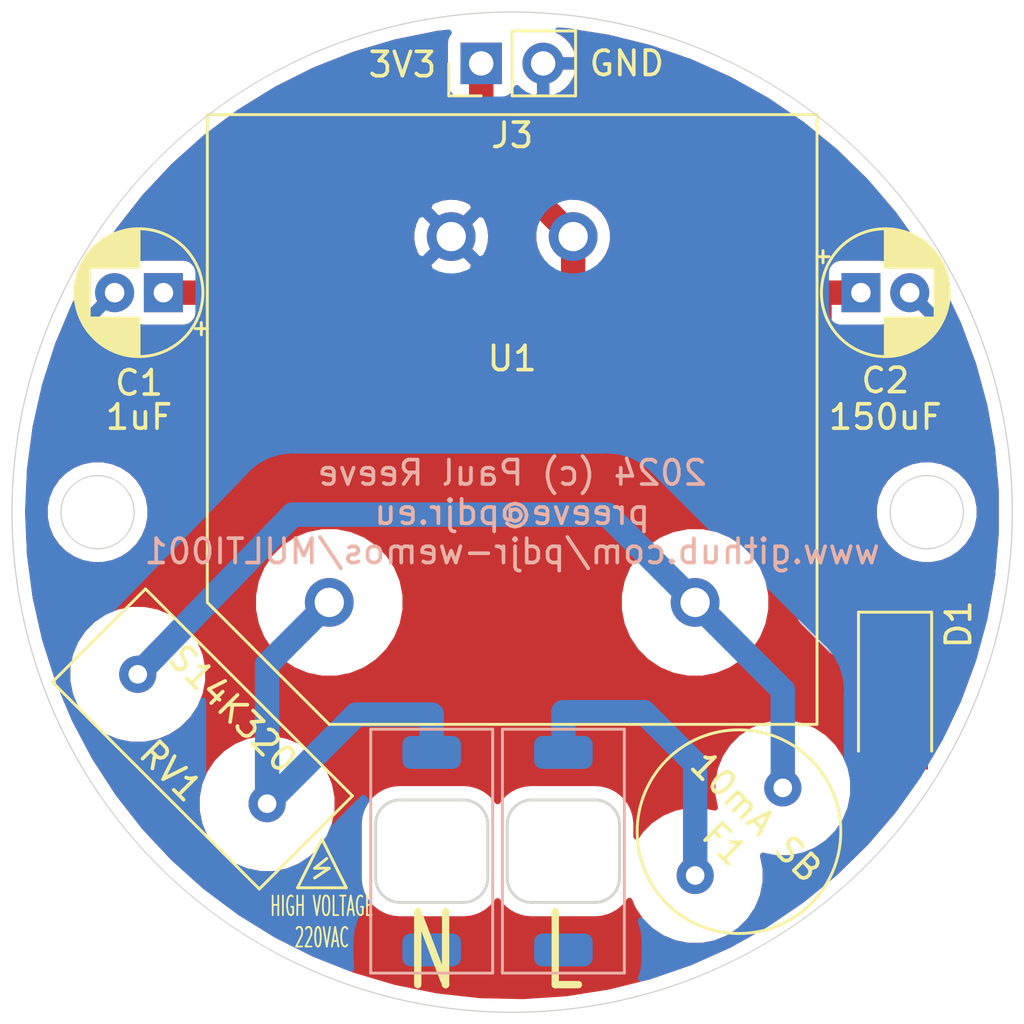
<source format=kicad_pcb>
(kicad_pcb (version 20171130) (host pcbnew "(5.1.9-0-10_14)")

  (general
    (thickness 1.6)
    (drawings 15)
    (tracks 28)
    (zones 0)
    (modules 9)
    (nets 6)
  )

  (page A4)
  (layers
    (0 F.Cu signal)
    (31 B.Cu signal)
    (32 B.Adhes user)
    (33 F.Adhes user)
    (34 B.Paste user)
    (35 F.Paste user)
    (36 B.SilkS user)
    (37 F.SilkS user)
    (38 B.Mask user)
    (39 F.Mask user)
    (40 Dwgs.User user)
    (41 Cmts.User user)
    (42 Eco1.User user)
    (43 Eco2.User user)
    (44 Edge.Cuts user)
    (45 Margin user)
    (46 B.CrtYd user)
    (47 F.CrtYd user)
    (48 B.Fab user)
    (49 F.Fab user)
  )

  (setup
    (last_trace_width 0.25)
    (user_trace_width 1)
    (trace_clearance 0.2)
    (zone_clearance 0.508)
    (zone_45_only no)
    (trace_min 0.2)
    (via_size 0.8)
    (via_drill 0.4)
    (via_min_size 0.4)
    (via_min_drill 0.3)
    (uvia_size 0.3)
    (uvia_drill 0.1)
    (uvias_allowed no)
    (uvia_min_size 0.2)
    (uvia_min_drill 0.1)
    (edge_width 0.05)
    (segment_width 0.2)
    (pcb_text_width 0.3)
    (pcb_text_size 1.5 1.5)
    (mod_edge_width 0.12)
    (mod_text_size 1 1)
    (mod_text_width 0.15)
    (pad_size 1.524 1.524)
    (pad_drill 0.762)
    (pad_to_mask_clearance 0)
    (aux_axis_origin 0 0)
    (visible_elements FFFFFF7F)
    (pcbplotparams
      (layerselection 0x010f0_ffffffff)
      (usegerberextensions true)
      (usegerberattributes true)
      (usegerberadvancedattributes true)
      (creategerberjobfile false)
      (excludeedgelayer true)
      (linewidth 0.100000)
      (plotframeref false)
      (viasonmask false)
      (mode 1)
      (useauxorigin false)
      (hpglpennumber 1)
      (hpglpenspeed 20)
      (hpglpendiameter 15.000000)
      (psnegative false)
      (psa4output false)
      (plotreference true)
      (plotvalue true)
      (plotinvisibletext false)
      (padsonsilk false)
      (subtractmaskfromsilk false)
      (outputformat 1)
      (mirror false)
      (drillshape 0)
      (scaleselection 1)
      (outputdirectory "gerber"))
  )

  (net 0 "")
  (net 1 NEUT)
  (net 2 GND)
  (net 3 LINE)
  (net 4 +3V3)
  (net 5 "Net-(F1-Pad1)")

  (net_class Default "This is the default net class."
    (clearance 0.2)
    (trace_width 0.25)
    (via_dia 0.8)
    (via_drill 0.4)
    (uvia_dia 0.3)
    (uvia_drill 0.1)
    (add_net +3V3)
    (add_net GND)
  )

  (net_class 220VAC ""
    (clearance 2)
    (trace_width 1)
    (via_dia 0.8)
    (via_drill 0.4)
    (uvia_dia 0.3)
    (uvia_drill 0.1)
    (add_net LINE)
    (add_net NEUT)
    (add_net "Net-(F1-Pad1)")
  )

  (module transformers:KYOCERA_POKEHOME_1P (layer F.Cu) (tedit 65AFD4F2) (tstamp 65ABE3E8)
    (at -3.3 13.9 180)
    (path /65ABEFA7)
    (fp_text reference J2 (at 0 6) (layer F.SilkS) hide
      (effects (font (size 1 1) (thickness 0.15)))
    )
    (fp_text value Conn_01x01 (at 0 -6) (layer F.Fab) hide
      (effects (font (size 1 1) (thickness 0.15)))
    )
    (fp_line (start 1.3 -2.1) (end -1.3 -2.1) (layer Edge.Cuts) (width 0.12))
    (fp_line (start -2.3 -1.1) (end -2.3 1.1) (layer Edge.Cuts) (width 0.12))
    (fp_line (start -1.3 2.1) (end 1.3 2.1) (layer Edge.Cuts) (width 0.12))
    (fp_line (start 2.3 1.1) (end 2.3 -1.1) (layer Edge.Cuts) (width 0.12))
    (fp_line (start -2.5 5) (end 2.5 5) (layer B.SilkS) (width 0.12))
    (fp_line (start 2.5 5) (end 2.5 -5) (layer B.SilkS) (width 0.12))
    (fp_line (start 2.5 -5) (end -2.5 -5) (layer B.SilkS) (width 0.12))
    (fp_line (start -2.5 -5) (end -2.5 5) (layer B.SilkS) (width 0.12))
    (fp_arc (start 1.3 1.1) (end 1.3 2.1) (angle -90) (layer Edge.Cuts) (width 0.12))
    (fp_arc (start 1.3 -1.1) (end 2.3 -1.1) (angle -90) (layer Edge.Cuts) (width 0.12))
    (fp_arc (start -1.3 1.1) (end -2.3 1.1) (angle -90) (layer Edge.Cuts) (width 0.12))
    (fp_arc (start -1.3 -1.1) (end -1.3 -2.1) (angle -90) (layer Edge.Cuts) (width 0.12))
    (pad 1 smd roundrect (at 0 4.05 180) (size 2.4 1.35) (layers B.Cu B.Paste B.Mask) (roundrect_rratio 0.25)
      (net 1 NEUT))
    (pad 1 smd roundrect (at 0 -4.05 180) (size 2.4 1.35) (layers B.Cu B.Paste B.Mask) (roundrect_rratio 0.25)
      (net 1 NEUT))
  )

  (module transformers:KYOCERA_POKEHOME_1P (layer F.Cu) (tedit 65AFD4F2) (tstamp 65AD3B7A)
    (at 2.1 13.9)
    (path /65ABE5F3)
    (fp_text reference J1 (at 0 6) (layer F.SilkS) hide
      (effects (font (size 1 1) (thickness 0.15)))
    )
    (fp_text value Conn_01x01 (at 0 -6) (layer F.Fab) hide
      (effects (font (size 1 1) (thickness 0.15)))
    )
    (fp_line (start 1.3 -2.1) (end -1.3 -2.1) (layer Edge.Cuts) (width 0.12))
    (fp_line (start -2.3 -1.1) (end -2.3 1.1) (layer Edge.Cuts) (width 0.12))
    (fp_line (start -1.3 2.1) (end 1.3 2.1) (layer Edge.Cuts) (width 0.12))
    (fp_line (start 2.3 1.1) (end 2.3 -1.1) (layer Edge.Cuts) (width 0.12))
    (fp_line (start -2.5 5) (end 2.5 5) (layer B.SilkS) (width 0.12))
    (fp_line (start 2.5 5) (end 2.5 -5) (layer B.SilkS) (width 0.12))
    (fp_line (start 2.5 -5) (end -2.5 -5) (layer B.SilkS) (width 0.12))
    (fp_line (start -2.5 -5) (end -2.5 5) (layer B.SilkS) (width 0.12))
    (fp_arc (start 1.3 1.1) (end 1.3 2.1) (angle -90) (layer Edge.Cuts) (width 0.12))
    (fp_arc (start 1.3 -1.1) (end 2.3 -1.1) (angle -90) (layer Edge.Cuts) (width 0.12))
    (fp_arc (start -1.3 1.1) (end -2.3 1.1) (angle -90) (layer Edge.Cuts) (width 0.12))
    (fp_arc (start -1.3 -1.1) (end -1.3 -2.1) (angle -90) (layer Edge.Cuts) (width 0.12))
    (pad 1 smd roundrect (at 0 4.05) (size 2.4 1.35) (layers B.Cu B.Paste B.Mask) (roundrect_rratio 0.25)
      (net 3 LINE))
    (pad 1 smd roundrect (at 0 -4.05) (size 2.4 1.35) (layers B.Cu B.Paste B.Mask) (roundrect_rratio 0.25)
      (net 3 LINE))
  )

  (module Capacitor_THT:CP_Radial_D5.0mm_P2.00mm (layer F.Cu) (tedit 5AE50EF0) (tstamp 65AFFB20)
    (at 14.3 -9)
    (descr "CP, Radial series, Radial, pin pitch=2.00mm, , diameter=5mm, Electrolytic Capacitor")
    (tags "CP Radial series Radial pin pitch 2.00mm  diameter 5mm Electrolytic Capacitor")
    (path /65B19149)
    (fp_text reference C2 (at 1 3.6) (layer F.SilkS)
      (effects (font (size 1 1) (thickness 0.15)))
    )
    (fp_text value 150uF (at 1 5.1) (layer F.SilkS)
      (effects (font (size 1 1) (thickness 0.15)))
    )
    (fp_line (start -1.554775 -1.725) (end -1.554775 -1.225) (layer F.SilkS) (width 0.12))
    (fp_line (start -1.804775 -1.475) (end -1.304775 -1.475) (layer F.SilkS) (width 0.12))
    (fp_line (start 3.601 -0.284) (end 3.601 0.284) (layer F.SilkS) (width 0.12))
    (fp_line (start 3.561 -0.518) (end 3.561 0.518) (layer F.SilkS) (width 0.12))
    (fp_line (start 3.521 -0.677) (end 3.521 0.677) (layer F.SilkS) (width 0.12))
    (fp_line (start 3.481 -0.805) (end 3.481 0.805) (layer F.SilkS) (width 0.12))
    (fp_line (start 3.441 -0.915) (end 3.441 0.915) (layer F.SilkS) (width 0.12))
    (fp_line (start 3.401 -1.011) (end 3.401 1.011) (layer F.SilkS) (width 0.12))
    (fp_line (start 3.361 -1.098) (end 3.361 1.098) (layer F.SilkS) (width 0.12))
    (fp_line (start 3.321 -1.178) (end 3.321 1.178) (layer F.SilkS) (width 0.12))
    (fp_line (start 3.281 -1.251) (end 3.281 1.251) (layer F.SilkS) (width 0.12))
    (fp_line (start 3.241 -1.319) (end 3.241 1.319) (layer F.SilkS) (width 0.12))
    (fp_line (start 3.201 -1.383) (end 3.201 1.383) (layer F.SilkS) (width 0.12))
    (fp_line (start 3.161 -1.443) (end 3.161 1.443) (layer F.SilkS) (width 0.12))
    (fp_line (start 3.121 -1.5) (end 3.121 1.5) (layer F.SilkS) (width 0.12))
    (fp_line (start 3.081 -1.554) (end 3.081 1.554) (layer F.SilkS) (width 0.12))
    (fp_line (start 3.041 -1.605) (end 3.041 1.605) (layer F.SilkS) (width 0.12))
    (fp_line (start 3.001 1.04) (end 3.001 1.653) (layer F.SilkS) (width 0.12))
    (fp_line (start 3.001 -1.653) (end 3.001 -1.04) (layer F.SilkS) (width 0.12))
    (fp_line (start 2.961 1.04) (end 2.961 1.699) (layer F.SilkS) (width 0.12))
    (fp_line (start 2.961 -1.699) (end 2.961 -1.04) (layer F.SilkS) (width 0.12))
    (fp_line (start 2.921 1.04) (end 2.921 1.743) (layer F.SilkS) (width 0.12))
    (fp_line (start 2.921 -1.743) (end 2.921 -1.04) (layer F.SilkS) (width 0.12))
    (fp_line (start 2.881 1.04) (end 2.881 1.785) (layer F.SilkS) (width 0.12))
    (fp_line (start 2.881 -1.785) (end 2.881 -1.04) (layer F.SilkS) (width 0.12))
    (fp_line (start 2.841 1.04) (end 2.841 1.826) (layer F.SilkS) (width 0.12))
    (fp_line (start 2.841 -1.826) (end 2.841 -1.04) (layer F.SilkS) (width 0.12))
    (fp_line (start 2.801 1.04) (end 2.801 1.864) (layer F.SilkS) (width 0.12))
    (fp_line (start 2.801 -1.864) (end 2.801 -1.04) (layer F.SilkS) (width 0.12))
    (fp_line (start 2.761 1.04) (end 2.761 1.901) (layer F.SilkS) (width 0.12))
    (fp_line (start 2.761 -1.901) (end 2.761 -1.04) (layer F.SilkS) (width 0.12))
    (fp_line (start 2.721 1.04) (end 2.721 1.937) (layer F.SilkS) (width 0.12))
    (fp_line (start 2.721 -1.937) (end 2.721 -1.04) (layer F.SilkS) (width 0.12))
    (fp_line (start 2.681 1.04) (end 2.681 1.971) (layer F.SilkS) (width 0.12))
    (fp_line (start 2.681 -1.971) (end 2.681 -1.04) (layer F.SilkS) (width 0.12))
    (fp_line (start 2.641 1.04) (end 2.641 2.004) (layer F.SilkS) (width 0.12))
    (fp_line (start 2.641 -2.004) (end 2.641 -1.04) (layer F.SilkS) (width 0.12))
    (fp_line (start 2.601 1.04) (end 2.601 2.035) (layer F.SilkS) (width 0.12))
    (fp_line (start 2.601 -2.035) (end 2.601 -1.04) (layer F.SilkS) (width 0.12))
    (fp_line (start 2.561 1.04) (end 2.561 2.065) (layer F.SilkS) (width 0.12))
    (fp_line (start 2.561 -2.065) (end 2.561 -1.04) (layer F.SilkS) (width 0.12))
    (fp_line (start 2.521 1.04) (end 2.521 2.095) (layer F.SilkS) (width 0.12))
    (fp_line (start 2.521 -2.095) (end 2.521 -1.04) (layer F.SilkS) (width 0.12))
    (fp_line (start 2.481 1.04) (end 2.481 2.122) (layer F.SilkS) (width 0.12))
    (fp_line (start 2.481 -2.122) (end 2.481 -1.04) (layer F.SilkS) (width 0.12))
    (fp_line (start 2.441 1.04) (end 2.441 2.149) (layer F.SilkS) (width 0.12))
    (fp_line (start 2.441 -2.149) (end 2.441 -1.04) (layer F.SilkS) (width 0.12))
    (fp_line (start 2.401 1.04) (end 2.401 2.175) (layer F.SilkS) (width 0.12))
    (fp_line (start 2.401 -2.175) (end 2.401 -1.04) (layer F.SilkS) (width 0.12))
    (fp_line (start 2.361 1.04) (end 2.361 2.2) (layer F.SilkS) (width 0.12))
    (fp_line (start 2.361 -2.2) (end 2.361 -1.04) (layer F.SilkS) (width 0.12))
    (fp_line (start 2.321 1.04) (end 2.321 2.224) (layer F.SilkS) (width 0.12))
    (fp_line (start 2.321 -2.224) (end 2.321 -1.04) (layer F.SilkS) (width 0.12))
    (fp_line (start 2.281 1.04) (end 2.281 2.247) (layer F.SilkS) (width 0.12))
    (fp_line (start 2.281 -2.247) (end 2.281 -1.04) (layer F.SilkS) (width 0.12))
    (fp_line (start 2.241 1.04) (end 2.241 2.268) (layer F.SilkS) (width 0.12))
    (fp_line (start 2.241 -2.268) (end 2.241 -1.04) (layer F.SilkS) (width 0.12))
    (fp_line (start 2.201 1.04) (end 2.201 2.29) (layer F.SilkS) (width 0.12))
    (fp_line (start 2.201 -2.29) (end 2.201 -1.04) (layer F.SilkS) (width 0.12))
    (fp_line (start 2.161 1.04) (end 2.161 2.31) (layer F.SilkS) (width 0.12))
    (fp_line (start 2.161 -2.31) (end 2.161 -1.04) (layer F.SilkS) (width 0.12))
    (fp_line (start 2.121 1.04) (end 2.121 2.329) (layer F.SilkS) (width 0.12))
    (fp_line (start 2.121 -2.329) (end 2.121 -1.04) (layer F.SilkS) (width 0.12))
    (fp_line (start 2.081 1.04) (end 2.081 2.348) (layer F.SilkS) (width 0.12))
    (fp_line (start 2.081 -2.348) (end 2.081 -1.04) (layer F.SilkS) (width 0.12))
    (fp_line (start 2.041 1.04) (end 2.041 2.365) (layer F.SilkS) (width 0.12))
    (fp_line (start 2.041 -2.365) (end 2.041 -1.04) (layer F.SilkS) (width 0.12))
    (fp_line (start 2.001 1.04) (end 2.001 2.382) (layer F.SilkS) (width 0.12))
    (fp_line (start 2.001 -2.382) (end 2.001 -1.04) (layer F.SilkS) (width 0.12))
    (fp_line (start 1.961 1.04) (end 1.961 2.398) (layer F.SilkS) (width 0.12))
    (fp_line (start 1.961 -2.398) (end 1.961 -1.04) (layer F.SilkS) (width 0.12))
    (fp_line (start 1.921 1.04) (end 1.921 2.414) (layer F.SilkS) (width 0.12))
    (fp_line (start 1.921 -2.414) (end 1.921 -1.04) (layer F.SilkS) (width 0.12))
    (fp_line (start 1.881 1.04) (end 1.881 2.428) (layer F.SilkS) (width 0.12))
    (fp_line (start 1.881 -2.428) (end 1.881 -1.04) (layer F.SilkS) (width 0.12))
    (fp_line (start 1.841 1.04) (end 1.841 2.442) (layer F.SilkS) (width 0.12))
    (fp_line (start 1.841 -2.442) (end 1.841 -1.04) (layer F.SilkS) (width 0.12))
    (fp_line (start 1.801 1.04) (end 1.801 2.455) (layer F.SilkS) (width 0.12))
    (fp_line (start 1.801 -2.455) (end 1.801 -1.04) (layer F.SilkS) (width 0.12))
    (fp_line (start 1.761 1.04) (end 1.761 2.468) (layer F.SilkS) (width 0.12))
    (fp_line (start 1.761 -2.468) (end 1.761 -1.04) (layer F.SilkS) (width 0.12))
    (fp_line (start 1.721 1.04) (end 1.721 2.48) (layer F.SilkS) (width 0.12))
    (fp_line (start 1.721 -2.48) (end 1.721 -1.04) (layer F.SilkS) (width 0.12))
    (fp_line (start 1.68 1.04) (end 1.68 2.491) (layer F.SilkS) (width 0.12))
    (fp_line (start 1.68 -2.491) (end 1.68 -1.04) (layer F.SilkS) (width 0.12))
    (fp_line (start 1.64 1.04) (end 1.64 2.501) (layer F.SilkS) (width 0.12))
    (fp_line (start 1.64 -2.501) (end 1.64 -1.04) (layer F.SilkS) (width 0.12))
    (fp_line (start 1.6 1.04) (end 1.6 2.511) (layer F.SilkS) (width 0.12))
    (fp_line (start 1.6 -2.511) (end 1.6 -1.04) (layer F.SilkS) (width 0.12))
    (fp_line (start 1.56 1.04) (end 1.56 2.52) (layer F.SilkS) (width 0.12))
    (fp_line (start 1.56 -2.52) (end 1.56 -1.04) (layer F.SilkS) (width 0.12))
    (fp_line (start 1.52 1.04) (end 1.52 2.528) (layer F.SilkS) (width 0.12))
    (fp_line (start 1.52 -2.528) (end 1.52 -1.04) (layer F.SilkS) (width 0.12))
    (fp_line (start 1.48 1.04) (end 1.48 2.536) (layer F.SilkS) (width 0.12))
    (fp_line (start 1.48 -2.536) (end 1.48 -1.04) (layer F.SilkS) (width 0.12))
    (fp_line (start 1.44 1.04) (end 1.44 2.543) (layer F.SilkS) (width 0.12))
    (fp_line (start 1.44 -2.543) (end 1.44 -1.04) (layer F.SilkS) (width 0.12))
    (fp_line (start 1.4 1.04) (end 1.4 2.55) (layer F.SilkS) (width 0.12))
    (fp_line (start 1.4 -2.55) (end 1.4 -1.04) (layer F.SilkS) (width 0.12))
    (fp_line (start 1.36 1.04) (end 1.36 2.556) (layer F.SilkS) (width 0.12))
    (fp_line (start 1.36 -2.556) (end 1.36 -1.04) (layer F.SilkS) (width 0.12))
    (fp_line (start 1.32 1.04) (end 1.32 2.561) (layer F.SilkS) (width 0.12))
    (fp_line (start 1.32 -2.561) (end 1.32 -1.04) (layer F.SilkS) (width 0.12))
    (fp_line (start 1.28 1.04) (end 1.28 2.565) (layer F.SilkS) (width 0.12))
    (fp_line (start 1.28 -2.565) (end 1.28 -1.04) (layer F.SilkS) (width 0.12))
    (fp_line (start 1.24 1.04) (end 1.24 2.569) (layer F.SilkS) (width 0.12))
    (fp_line (start 1.24 -2.569) (end 1.24 -1.04) (layer F.SilkS) (width 0.12))
    (fp_line (start 1.2 1.04) (end 1.2 2.573) (layer F.SilkS) (width 0.12))
    (fp_line (start 1.2 -2.573) (end 1.2 -1.04) (layer F.SilkS) (width 0.12))
    (fp_line (start 1.16 1.04) (end 1.16 2.576) (layer F.SilkS) (width 0.12))
    (fp_line (start 1.16 -2.576) (end 1.16 -1.04) (layer F.SilkS) (width 0.12))
    (fp_line (start 1.12 1.04) (end 1.12 2.578) (layer F.SilkS) (width 0.12))
    (fp_line (start 1.12 -2.578) (end 1.12 -1.04) (layer F.SilkS) (width 0.12))
    (fp_line (start 1.08 1.04) (end 1.08 2.579) (layer F.SilkS) (width 0.12))
    (fp_line (start 1.08 -2.579) (end 1.08 -1.04) (layer F.SilkS) (width 0.12))
    (fp_line (start 1.04 -2.58) (end 1.04 -1.04) (layer F.SilkS) (width 0.12))
    (fp_line (start 1.04 1.04) (end 1.04 2.58) (layer F.SilkS) (width 0.12))
    (fp_line (start 1 -2.58) (end 1 -1.04) (layer F.SilkS) (width 0.12))
    (fp_line (start 1 1.04) (end 1 2.58) (layer F.SilkS) (width 0.12))
    (fp_line (start -0.883605 -1.3375) (end -0.883605 -0.8375) (layer F.Fab) (width 0.1))
    (fp_line (start -1.133605 -1.0875) (end -0.633605 -1.0875) (layer F.Fab) (width 0.1))
    (fp_circle (center 1 0) (end 3.75 0) (layer F.CrtYd) (width 0.05))
    (fp_circle (center 1 0) (end 3.62 0) (layer F.SilkS) (width 0.12))
    (fp_circle (center 1 0) (end 3.5 0) (layer F.Fab) (width 0.1))
    (fp_text user %R (at 1 0) (layer F.Fab)
      (effects (font (size 1 1) (thickness 0.15)))
    )
    (pad 2 thru_hole circle (at 2 0) (size 1.6 1.6) (drill 0.8) (layers *.Cu *.Mask)
      (net 2 GND))
    (pad 1 thru_hole rect (at 0 0) (size 1.6 1.6) (drill 0.8) (layers *.Cu *.Mask)
      (net 4 +3V3))
    (model ${KISYS3DMOD}/Capacitor_THT.3dshapes/CP_Radial_D5.0mm_P2.00mm.wrl
      (at (xyz 0 0 0))
      (scale (xyz 1 1 1))
      (rotate (xyz 0 0 0))
    )
  )

  (module Diode_SMD:D_MELF (layer F.Cu) (tedit 5905D864) (tstamp 65AFE79C)
    (at 15.7 7.4 270)
    (descr "Diode, MELF,,")
    (tags "Diode MELF ")
    (path /65B1A5FE)
    (attr smd)
    (fp_text reference D1 (at -2.8 -2.6 90) (layer F.SilkS)
      (effects (font (size 1 1) (thickness 0.15)))
    )
    (fp_text value D_Zener (at -0.25 2.5 90) (layer F.Fab) hide
      (effects (font (size 1 1) (thickness 0.15)))
    )
    (fp_line (start -3.4 1.6) (end -3.4 -1.6) (layer F.CrtYd) (width 0.05))
    (fp_line (start 3.4 1.6) (end -3.4 1.6) (layer F.CrtYd) (width 0.05))
    (fp_line (start 3.4 -1.6) (end 3.4 1.6) (layer F.CrtYd) (width 0.05))
    (fp_line (start -3.4 -1.6) (end 3.4 -1.6) (layer F.CrtYd) (width 0.05))
    (fp_line (start -0.64944 0.00102) (end 0.50118 -0.79908) (layer F.Fab) (width 0.1))
    (fp_line (start -0.64944 0.00102) (end 0.50118 0.75032) (layer F.Fab) (width 0.1))
    (fp_line (start 0.50118 0.75032) (end 0.50118 -0.79908) (layer F.Fab) (width 0.1))
    (fp_line (start -0.64944 -0.79908) (end -0.64944 0.80112) (layer F.Fab) (width 0.1))
    (fp_line (start 0.50118 0.00102) (end 1.4994 0.00102) (layer F.Fab) (width 0.1))
    (fp_line (start -0.64944 0.00102) (end -1.55114 0.00102) (layer F.Fab) (width 0.1))
    (fp_line (start 2.6 1.3) (end 2.6 -1.3) (layer F.Fab) (width 0.1))
    (fp_line (start -2.6 1.3) (end 2.6 1.3) (layer F.Fab) (width 0.1))
    (fp_line (start -2.6 -1.3) (end -2.6 1.3) (layer F.Fab) (width 0.1))
    (fp_line (start 2.6 -1.3) (end -2.6 -1.3) (layer F.Fab) (width 0.1))
    (fp_line (start -3.3 1.5) (end 2.4 1.5) (layer F.SilkS) (width 0.12))
    (fp_line (start -3.3 -1.5) (end -3.3 1.5) (layer F.SilkS) (width 0.12))
    (fp_line (start 2.4 -1.5) (end -3.3 -1.5) (layer F.SilkS) (width 0.12))
    (fp_text user %R (at 0 -2.5 90) (layer F.Fab) hide
      (effects (font (size 1 1) (thickness 0.15)))
    )
    (pad 2 smd rect (at 2.4 0 270) (size 1.5 2.7) (layers F.Cu F.Paste F.Mask)
      (net 2 GND))
    (pad 1 smd rect (at -2.4 0 270) (size 1.5 2.7) (layers F.Cu F.Paste F.Mask)
      (net 4 +3V3))
    (model ${KISYS3DMOD}/Diode_SMD.3dshapes/D_MELF.wrl
      (at (xyz 0 0 0))
      (scale (xyz 1 1 1))
      (rotate (xyz 0 0 0))
    )
  )

  (module transformers:VTX-214-003-703 (layer F.Cu) (tedit 65AFB2AA) (tstamp 65AD4FE0)
    (at 0 -3.8 180)
    (path /65AB7A00)
    (fp_text reference U1 (at 0 2.5) (layer F.SilkS)
      (effects (font (size 1 1) (thickness 0.15)))
    )
    (fp_text value VTX-214-001-105 (at 0 -2.5) (layer F.Fab)
      (effects (font (size 1 1) (thickness 0.15)))
    )
    (fp_line (start -12.5 12.5) (end -12.5 -12.5) (layer F.SilkS) (width 0.12))
    (fp_line (start 12.5 12.5) (end -12.5 12.5) (layer F.SilkS) (width 0.12))
    (fp_line (start 12.5 -7.5) (end 12.5 12.5) (layer F.SilkS) (width 0.12))
    (fp_line (start 7.5 -12.5) (end 12.5 -7.5) (layer F.SilkS) (width 0.12))
    (fp_line (start -12.5 -12.5) (end 7.5 -12.5) (layer F.SilkS) (width 0.12))
    (pad 2 thru_hole circle (at -7.5 -7.5 180) (size 2 2) (drill 1.2) (layers *.Cu *.Mask)
      (net 5 "Net-(F1-Pad1)"))
    (pad 1 thru_hole circle (at 7.5 -7.5 180) (size 2 2) (drill 1.2) (layers *.Cu *.Mask)
      (net 1 NEUT))
    (pad 4 thru_hole circle (at 2.5 7.5 180) (size 2 2) (drill 1.2) (layers *.Cu *.Mask)
      (net 2 GND))
    (pad 3 thru_hole circle (at -2.5 7.5 180) (size 2 2) (drill 1.2) (layers *.Cu *.Mask)
      (net 4 +3V3))
  )

  (module transformers:S14K320 (layer F.Cu) (tedit 65AFB722) (tstamp 65AFE117)
    (at -12.7 9.3 315)
    (path /65AFC486)
    (fp_text reference RV1 (at 0 1.85 135) (layer F.SilkS)
      (effects (font (size 1 1) (thickness 0.15)))
    )
    (fp_text value S14K320 (at 0 -1.75 135) (layer F.SilkS)
      (effects (font (size 1 1) (thickness 0.15)))
    )
    (fp_line (start 6 -2.7) (end -6 -2.7) (layer F.SilkS) (width 0.12))
    (fp_line (start 6 2.7) (end 6 -2.7) (layer F.SilkS) (width 0.12))
    (fp_line (start -6 2.7) (end 6 2.7) (layer F.SilkS) (width 0.12))
    (fp_line (start -6 -2.7) (end -6 2.7) (layer F.SilkS) (width 0.12))
    (pad 2 thru_hole circle (at 3.75 0 315) (size 1.524 1.524) (drill 0.762) (layers *.Cu *.Mask)
      (net 1 NEUT))
    (pad 1 thru_hole circle (at -3.75 0 315) (size 1.524 1.524) (drill 0.762) (layers *.Cu *.Mask)
      (net 5 "Net-(F1-Pad1)"))
  )

  (module Fuse:BEL_MRT_SERIES (layer F.Cu) (tedit 65AD23BA) (tstamp 65B01D07)
    (at 9.3 13.1 225)
    (path /65ABAFE7)
    (fp_text reference F1 (at 0.777817 0.070711 315) (layer F.SilkS)
      (effects (font (size 1 1) (thickness 0.15)))
    )
    (fp_text value "10mA SB" (at -0.919239 -0.070711 315) (layer F.SilkS)
      (effects (font (size 1 1) (thickness 0.15)))
    )
    (fp_circle (center 0 0) (end 4.5 0) (layer F.CrtYd) (width 0.12))
    (fp_circle (center 0 0) (end 4.175 0) (layer F.SilkS) (width 0.12))
    (pad 2 thru_hole circle (at 2.54 0 225) (size 1.524 1.524) (drill 0.762) (layers *.Cu *.Mask)
      (net 3 LINE))
    (pad 1 thru_hole circle (at -2.54 0 225) (size 1.524 1.524) (drill 0.762) (layers *.Cu *.Mask)
      (net 5 "Net-(F1-Pad1)"))
  )

  (module Connector_PinHeader_2.54mm:PinHeader_1x02_P2.54mm_Vertical (layer F.Cu) (tedit 65AC2F3B) (tstamp 65AC540A)
    (at 0 -18.4 90)
    (descr "Through hole straight pin header, 1x02, 2.54mm pitch, single row")
    (tags "Through hole pin header THT 1x02 2.54mm single row")
    (path /65AD21E6)
    (fp_text reference J3 (at -2.95 0) (layer F.SilkS)
      (effects (font (size 1 1) (thickness 0.15)))
    )
    (fp_text value Conn_01x02 (at 0 4.87 270) (layer F.Fab) hide
      (effects (font (size 1 1) (thickness 0.15)))
    )
    (fp_line (start -0.635 -2.54) (end 1.27 -2.54) (layer F.Fab) (width 0.1))
    (fp_line (start 1.27 -2.54) (end 1.27 2.54) (layer F.Fab) (width 0.1))
    (fp_line (start 1.27 2.54) (end -1.27 2.54) (layer F.Fab) (width 0.1))
    (fp_line (start -1.27 2.54) (end -1.27 -1.905) (layer F.Fab) (width 0.1))
    (fp_line (start -1.27 -1.905) (end -0.635 -2.54) (layer F.Fab) (width 0.1))
    (fp_line (start -1.33 2.6) (end 1.33 2.6) (layer F.SilkS) (width 0.12))
    (fp_line (start -1.33 0) (end -1.33 2.6) (layer F.SilkS) (width 0.12))
    (fp_line (start 1.33 0) (end 1.33 2.6) (layer F.SilkS) (width 0.12))
    (fp_line (start -1.33 0) (end 1.33 0) (layer F.SilkS) (width 0.12))
    (fp_line (start -1.33 -1.27) (end -1.33 -2.6) (layer F.SilkS) (width 0.12))
    (fp_line (start -1.33 -2.6) (end 0 -2.6) (layer F.SilkS) (width 0.12))
    (fp_line (start -1.8 -3.07) (end -1.8 3.08) (layer F.CrtYd) (width 0.05))
    (fp_line (start -1.8 3.08) (end 1.8 3.08) (layer F.CrtYd) (width 0.05))
    (fp_line (start 1.8 3.08) (end 1.8 -3.07) (layer F.CrtYd) (width 0.05))
    (fp_line (start 1.8 -3.07) (end -1.8 -3.07) (layer F.CrtYd) (width 0.05))
    (fp_text user %R (at 7.9 -0.1) (layer F.Fab) hide
      (effects (font (size 1 1) (thickness 0.15)))
    )
    (pad 2 thru_hole oval (at 0 1.27 90) (size 1.7 1.7) (drill 1) (layers *.Cu *.Mask)
      (net 2 GND))
    (pad 1 thru_hole rect (at 0 -1.27 90) (size 1.7 1.7) (drill 1) (layers *.Cu *.Mask)
      (net 4 +3V3))
    (model ${KISYS3DMOD}/Connector_PinHeader_2.54mm.3dshapes/PinHeader_1x02_P2.54mm_Vertical.wrl
      (at (xyz 0 0 0))
      (scale (xyz 1 1 1))
      (rotate (xyz 0 0 0))
    )
  )

  (module Capacitor_THT:CP_Radial_D5.0mm_P2.00mm (layer F.Cu) (tedit 5AE50EF0) (tstamp 65AB9398)
    (at -14.3 -9 180)
    (descr "CP, Radial series, Radial, pin pitch=2.00mm, , diameter=5mm, Electrolytic Capacitor")
    (tags "CP Radial series Radial pin pitch 2.00mm  diameter 5mm Electrolytic Capacitor")
    (path /65ABA87F)
    (fp_text reference C1 (at 1 -3.7) (layer F.SilkS)
      (effects (font (size 1 1) (thickness 0.15)))
    )
    (fp_text value 1uF (at 1 -5.1) (layer F.SilkS)
      (effects (font (size 1 1) (thickness 0.15)))
    )
    (fp_circle (center 1 0) (end 3.5 0) (layer F.Fab) (width 0.1))
    (fp_circle (center 1 0) (end 3.62 0) (layer F.SilkS) (width 0.12))
    (fp_circle (center 1 0) (end 3.75 0) (layer F.CrtYd) (width 0.05))
    (fp_line (start -1.133605 -1.0875) (end -0.633605 -1.0875) (layer F.Fab) (width 0.1))
    (fp_line (start -0.883605 -1.3375) (end -0.883605 -0.8375) (layer F.Fab) (width 0.1))
    (fp_line (start 1 1.04) (end 1 2.58) (layer F.SilkS) (width 0.12))
    (fp_line (start 1 -2.58) (end 1 -1.04) (layer F.SilkS) (width 0.12))
    (fp_line (start 1.04 1.04) (end 1.04 2.58) (layer F.SilkS) (width 0.12))
    (fp_line (start 1.04 -2.58) (end 1.04 -1.04) (layer F.SilkS) (width 0.12))
    (fp_line (start 1.08 -2.579) (end 1.08 -1.04) (layer F.SilkS) (width 0.12))
    (fp_line (start 1.08 1.04) (end 1.08 2.579) (layer F.SilkS) (width 0.12))
    (fp_line (start 1.12 -2.578) (end 1.12 -1.04) (layer F.SilkS) (width 0.12))
    (fp_line (start 1.12 1.04) (end 1.12 2.578) (layer F.SilkS) (width 0.12))
    (fp_line (start 1.16 -2.576) (end 1.16 -1.04) (layer F.SilkS) (width 0.12))
    (fp_line (start 1.16 1.04) (end 1.16 2.576) (layer F.SilkS) (width 0.12))
    (fp_line (start 1.2 -2.573) (end 1.2 -1.04) (layer F.SilkS) (width 0.12))
    (fp_line (start 1.2 1.04) (end 1.2 2.573) (layer F.SilkS) (width 0.12))
    (fp_line (start 1.24 -2.569) (end 1.24 -1.04) (layer F.SilkS) (width 0.12))
    (fp_line (start 1.24 1.04) (end 1.24 2.569) (layer F.SilkS) (width 0.12))
    (fp_line (start 1.28 -2.565) (end 1.28 -1.04) (layer F.SilkS) (width 0.12))
    (fp_line (start 1.28 1.04) (end 1.28 2.565) (layer F.SilkS) (width 0.12))
    (fp_line (start 1.32 -2.561) (end 1.32 -1.04) (layer F.SilkS) (width 0.12))
    (fp_line (start 1.32 1.04) (end 1.32 2.561) (layer F.SilkS) (width 0.12))
    (fp_line (start 1.36 -2.556) (end 1.36 -1.04) (layer F.SilkS) (width 0.12))
    (fp_line (start 1.36 1.04) (end 1.36 2.556) (layer F.SilkS) (width 0.12))
    (fp_line (start 1.4 -2.55) (end 1.4 -1.04) (layer F.SilkS) (width 0.12))
    (fp_line (start 1.4 1.04) (end 1.4 2.55) (layer F.SilkS) (width 0.12))
    (fp_line (start 1.44 -2.543) (end 1.44 -1.04) (layer F.SilkS) (width 0.12))
    (fp_line (start 1.44 1.04) (end 1.44 2.543) (layer F.SilkS) (width 0.12))
    (fp_line (start 1.48 -2.536) (end 1.48 -1.04) (layer F.SilkS) (width 0.12))
    (fp_line (start 1.48 1.04) (end 1.48 2.536) (layer F.SilkS) (width 0.12))
    (fp_line (start 1.52 -2.528) (end 1.52 -1.04) (layer F.SilkS) (width 0.12))
    (fp_line (start 1.52 1.04) (end 1.52 2.528) (layer F.SilkS) (width 0.12))
    (fp_line (start 1.56 -2.52) (end 1.56 -1.04) (layer F.SilkS) (width 0.12))
    (fp_line (start 1.56 1.04) (end 1.56 2.52) (layer F.SilkS) (width 0.12))
    (fp_line (start 1.6 -2.511) (end 1.6 -1.04) (layer F.SilkS) (width 0.12))
    (fp_line (start 1.6 1.04) (end 1.6 2.511) (layer F.SilkS) (width 0.12))
    (fp_line (start 1.64 -2.501) (end 1.64 -1.04) (layer F.SilkS) (width 0.12))
    (fp_line (start 1.64 1.04) (end 1.64 2.501) (layer F.SilkS) (width 0.12))
    (fp_line (start 1.68 -2.491) (end 1.68 -1.04) (layer F.SilkS) (width 0.12))
    (fp_line (start 1.68 1.04) (end 1.68 2.491) (layer F.SilkS) (width 0.12))
    (fp_line (start 1.721 -2.48) (end 1.721 -1.04) (layer F.SilkS) (width 0.12))
    (fp_line (start 1.721 1.04) (end 1.721 2.48) (layer F.SilkS) (width 0.12))
    (fp_line (start 1.761 -2.468) (end 1.761 -1.04) (layer F.SilkS) (width 0.12))
    (fp_line (start 1.761 1.04) (end 1.761 2.468) (layer F.SilkS) (width 0.12))
    (fp_line (start 1.801 -2.455) (end 1.801 -1.04) (layer F.SilkS) (width 0.12))
    (fp_line (start 1.801 1.04) (end 1.801 2.455) (layer F.SilkS) (width 0.12))
    (fp_line (start 1.841 -2.442) (end 1.841 -1.04) (layer F.SilkS) (width 0.12))
    (fp_line (start 1.841 1.04) (end 1.841 2.442) (layer F.SilkS) (width 0.12))
    (fp_line (start 1.881 -2.428) (end 1.881 -1.04) (layer F.SilkS) (width 0.12))
    (fp_line (start 1.881 1.04) (end 1.881 2.428) (layer F.SilkS) (width 0.12))
    (fp_line (start 1.921 -2.414) (end 1.921 -1.04) (layer F.SilkS) (width 0.12))
    (fp_line (start 1.921 1.04) (end 1.921 2.414) (layer F.SilkS) (width 0.12))
    (fp_line (start 1.961 -2.398) (end 1.961 -1.04) (layer F.SilkS) (width 0.12))
    (fp_line (start 1.961 1.04) (end 1.961 2.398) (layer F.SilkS) (width 0.12))
    (fp_line (start 2.001 -2.382) (end 2.001 -1.04) (layer F.SilkS) (width 0.12))
    (fp_line (start 2.001 1.04) (end 2.001 2.382) (layer F.SilkS) (width 0.12))
    (fp_line (start 2.041 -2.365) (end 2.041 -1.04) (layer F.SilkS) (width 0.12))
    (fp_line (start 2.041 1.04) (end 2.041 2.365) (layer F.SilkS) (width 0.12))
    (fp_line (start 2.081 -2.348) (end 2.081 -1.04) (layer F.SilkS) (width 0.12))
    (fp_line (start 2.081 1.04) (end 2.081 2.348) (layer F.SilkS) (width 0.12))
    (fp_line (start 2.121 -2.329) (end 2.121 -1.04) (layer F.SilkS) (width 0.12))
    (fp_line (start 2.121 1.04) (end 2.121 2.329) (layer F.SilkS) (width 0.12))
    (fp_line (start 2.161 -2.31) (end 2.161 -1.04) (layer F.SilkS) (width 0.12))
    (fp_line (start 2.161 1.04) (end 2.161 2.31) (layer F.SilkS) (width 0.12))
    (fp_line (start 2.201 -2.29) (end 2.201 -1.04) (layer F.SilkS) (width 0.12))
    (fp_line (start 2.201 1.04) (end 2.201 2.29) (layer F.SilkS) (width 0.12))
    (fp_line (start 2.241 -2.268) (end 2.241 -1.04) (layer F.SilkS) (width 0.12))
    (fp_line (start 2.241 1.04) (end 2.241 2.268) (layer F.SilkS) (width 0.12))
    (fp_line (start 2.281 -2.247) (end 2.281 -1.04) (layer F.SilkS) (width 0.12))
    (fp_line (start 2.281 1.04) (end 2.281 2.247) (layer F.SilkS) (width 0.12))
    (fp_line (start 2.321 -2.224) (end 2.321 -1.04) (layer F.SilkS) (width 0.12))
    (fp_line (start 2.321 1.04) (end 2.321 2.224) (layer F.SilkS) (width 0.12))
    (fp_line (start 2.361 -2.2) (end 2.361 -1.04) (layer F.SilkS) (width 0.12))
    (fp_line (start 2.361 1.04) (end 2.361 2.2) (layer F.SilkS) (width 0.12))
    (fp_line (start 2.401 -2.175) (end 2.401 -1.04) (layer F.SilkS) (width 0.12))
    (fp_line (start 2.401 1.04) (end 2.401 2.175) (layer F.SilkS) (width 0.12))
    (fp_line (start 2.441 -2.149) (end 2.441 -1.04) (layer F.SilkS) (width 0.12))
    (fp_line (start 2.441 1.04) (end 2.441 2.149) (layer F.SilkS) (width 0.12))
    (fp_line (start 2.481 -2.122) (end 2.481 -1.04) (layer F.SilkS) (width 0.12))
    (fp_line (start 2.481 1.04) (end 2.481 2.122) (layer F.SilkS) (width 0.12))
    (fp_line (start 2.521 -2.095) (end 2.521 -1.04) (layer F.SilkS) (width 0.12))
    (fp_line (start 2.521 1.04) (end 2.521 2.095) (layer F.SilkS) (width 0.12))
    (fp_line (start 2.561 -2.065) (end 2.561 -1.04) (layer F.SilkS) (width 0.12))
    (fp_line (start 2.561 1.04) (end 2.561 2.065) (layer F.SilkS) (width 0.12))
    (fp_line (start 2.601 -2.035) (end 2.601 -1.04) (layer F.SilkS) (width 0.12))
    (fp_line (start 2.601 1.04) (end 2.601 2.035) (layer F.SilkS) (width 0.12))
    (fp_line (start 2.641 -2.004) (end 2.641 -1.04) (layer F.SilkS) (width 0.12))
    (fp_line (start 2.641 1.04) (end 2.641 2.004) (layer F.SilkS) (width 0.12))
    (fp_line (start 2.681 -1.971) (end 2.681 -1.04) (layer F.SilkS) (width 0.12))
    (fp_line (start 2.681 1.04) (end 2.681 1.971) (layer F.SilkS) (width 0.12))
    (fp_line (start 2.721 -1.937) (end 2.721 -1.04) (layer F.SilkS) (width 0.12))
    (fp_line (start 2.721 1.04) (end 2.721 1.937) (layer F.SilkS) (width 0.12))
    (fp_line (start 2.761 -1.901) (end 2.761 -1.04) (layer F.SilkS) (width 0.12))
    (fp_line (start 2.761 1.04) (end 2.761 1.901) (layer F.SilkS) (width 0.12))
    (fp_line (start 2.801 -1.864) (end 2.801 -1.04) (layer F.SilkS) (width 0.12))
    (fp_line (start 2.801 1.04) (end 2.801 1.864) (layer F.SilkS) (width 0.12))
    (fp_line (start 2.841 -1.826) (end 2.841 -1.04) (layer F.SilkS) (width 0.12))
    (fp_line (start 2.841 1.04) (end 2.841 1.826) (layer F.SilkS) (width 0.12))
    (fp_line (start 2.881 -1.785) (end 2.881 -1.04) (layer F.SilkS) (width 0.12))
    (fp_line (start 2.881 1.04) (end 2.881 1.785) (layer F.SilkS) (width 0.12))
    (fp_line (start 2.921 -1.743) (end 2.921 -1.04) (layer F.SilkS) (width 0.12))
    (fp_line (start 2.921 1.04) (end 2.921 1.743) (layer F.SilkS) (width 0.12))
    (fp_line (start 2.961 -1.699) (end 2.961 -1.04) (layer F.SilkS) (width 0.12))
    (fp_line (start 2.961 1.04) (end 2.961 1.699) (layer F.SilkS) (width 0.12))
    (fp_line (start 3.001 -1.653) (end 3.001 -1.04) (layer F.SilkS) (width 0.12))
    (fp_line (start 3.001 1.04) (end 3.001 1.653) (layer F.SilkS) (width 0.12))
    (fp_line (start 3.041 -1.605) (end 3.041 1.605) (layer F.SilkS) (width 0.12))
    (fp_line (start 3.081 -1.554) (end 3.081 1.554) (layer F.SilkS) (width 0.12))
    (fp_line (start 3.121 -1.5) (end 3.121 1.5) (layer F.SilkS) (width 0.12))
    (fp_line (start 3.161 -1.443) (end 3.161 1.443) (layer F.SilkS) (width 0.12))
    (fp_line (start 3.201 -1.383) (end 3.201 1.383) (layer F.SilkS) (width 0.12))
    (fp_line (start 3.241 -1.319) (end 3.241 1.319) (layer F.SilkS) (width 0.12))
    (fp_line (start 3.281 -1.251) (end 3.281 1.251) (layer F.SilkS) (width 0.12))
    (fp_line (start 3.321 -1.178) (end 3.321 1.178) (layer F.SilkS) (width 0.12))
    (fp_line (start 3.361 -1.098) (end 3.361 1.098) (layer F.SilkS) (width 0.12))
    (fp_line (start 3.401 -1.011) (end 3.401 1.011) (layer F.SilkS) (width 0.12))
    (fp_line (start 3.441 -0.915) (end 3.441 0.915) (layer F.SilkS) (width 0.12))
    (fp_line (start 3.481 -0.805) (end 3.481 0.805) (layer F.SilkS) (width 0.12))
    (fp_line (start 3.521 -0.677) (end 3.521 0.677) (layer F.SilkS) (width 0.12))
    (fp_line (start 3.561 -0.518) (end 3.561 0.518) (layer F.SilkS) (width 0.12))
    (fp_line (start 3.601 -0.284) (end 3.601 0.284) (layer F.SilkS) (width 0.12))
    (fp_line (start -1.804775 -1.475) (end -1.304775 -1.475) (layer F.SilkS) (width 0.12))
    (fp_line (start -1.554775 -1.725) (end -1.554775 -1.225) (layer F.SilkS) (width 0.12))
    (fp_text user %R (at 1 0) (layer F.Fab) hide
      (effects (font (size 1 1) (thickness 0.15)))
    )
    (pad 2 thru_hole circle (at 2 0 180) (size 1.6 1.6) (drill 0.8) (layers *.Cu *.Mask)
      (net 2 GND))
    (pad 1 thru_hole rect (at 0 0 180) (size 1.6 1.6) (drill 0.8) (layers *.Cu *.Mask)
      (net 4 +3V3))
    (model ${KISYS3DMOD}/Capacitor_THT.3dshapes/CP_Radial_D5.0mm_P2.00mm.wrl
      (at (xyz 0 0 0))
      (scale (xyz 1 1 1))
      (rotate (xyz 0 0 0))
    )
  )

  (gr_text "HIGH VOLTAGE\n220VAC" (at -7.8 16.8) (layer F.SilkS)
    (effects (font (size 0.8 0.4) (thickness 0.075)))
  )
  (gr_line (start -8.1 14.6) (end -7.6 14.2) (layer F.SilkS) (width 0.12))
  (gr_line (start -7.5 14.6) (end -8.1 15) (layer F.SilkS) (width 0.12))
  (gr_line (start -8.1 14.6) (end -7.5 14.6) (layer F.SilkS) (width 0.12))
  (gr_line (start -6.8 15.4) (end -7.8 13.4) (layer F.SilkS) (width 0.12) (tstamp 65AF96D0))
  (gr_line (start -8.8 15.4) (end -6.8 15.4) (layer F.SilkS) (width 0.12))
  (gr_line (start -7.8 13.4) (end -8.8 15.4) (layer F.SilkS) (width 0.12))
  (gr_text "2024 (c) Paul Reeve\npreeve@pdjr.eu\nwww.github.com/pdjr-wemos/MULTI001" (at 0 0) (layer B.SilkS)
    (effects (font (size 1 1) (thickness 0.15)) (justify mirror))
  )
  (gr_text GND (at 4.7 -18.4) (layer F.SilkS)
    (effects (font (size 1 1) (thickness 0.15)))
  )
  (gr_text 3V3 (at -4.5 -18.35) (layer F.SilkS)
    (effects (font (size 1 1) (thickness 0.15)))
  )
  (gr_text N (at -3.3 18) (layer F.SilkS) (tstamp 65AD4289)
    (effects (font (size 3 2) (thickness 0.3)))
  )
  (gr_text L (at 2.1 18) (layer F.SilkS)
    (effects (font (size 3 2) (thickness 0.3)))
  )
  (gr_circle (center 17 0) (end 15.5 0) (layer Edge.Cuts) (width 0.05))
  (gr_circle (center -17 0) (end -15.5 0) (layer Edge.Cuts) (width 0.05))
  (gr_circle (center 0 0) (end 20.5 0.5) (layer Edge.Cuts) (width 0.05))

  (segment (start -9.6967 11.6) (end -10.04835 11.95165) (width 1) (layer B.Cu) (net 1))
  (segment (start -10.04835 6.24835) (end -7.5 3.7) (width 1) (layer B.Cu) (net 1))
  (segment (start -10.04835 11.95165) (end -10.04835 6.24835) (width 1) (layer B.Cu) (net 1))
  (segment (start -7.9467 9.85) (end -10.04835 11.95165) (width 1) (layer B.Cu) (net 1))
  (segment (start -3.3 9.85) (end -3.3 8.3) (width 1) (layer B.Cu) (net 1))
  (segment (start -6.3967 8.3) (end -7.9467 9.85) (width 1) (layer B.Cu) (net 1))
  (segment (start -3.3 8.3) (end -6.3967 8.3) (width 1) (layer B.Cu) (net 1))
  (segment (start 7.503949 11.903949) (end 7.503949 14.896051) (width 1) (layer B.Cu) (net 3))
  (segment (start 5.4 8.2) (end 7.503949 10.303949) (width 1) (layer B.Cu) (net 3))
  (segment (start 7.503949 10.303949) (end 7.503949 11.903949) (width 1) (layer B.Cu) (net 3))
  (segment (start 2.1 8.2) (end 5.4 8.2) (width 1) (layer B.Cu) (net 3))
  (segment (start 2.1 9.85) (end 2.1 8.2) (width 1) (layer B.Cu) (net 3))
  (segment (start -1.27 -16.63) (end -1.27 -18.4) (width 1) (layer F.Cu) (net 4))
  (segment (start -1.27 -15.07) (end -1.27 -18.4) (width 1) (layer F.Cu) (net 4))
  (segment (start 2.5 -11.3) (end -1.27 -15.07) (width 1) (layer F.Cu) (net 4))
  (segment (start 2.5 -9.4) (end 2.1 -9) (width 1) (layer F.Cu) (net 4))
  (segment (start 2.5 -11.3) (end 2.5 -9.4) (width 1) (layer F.Cu) (net 4))
  (segment (start 2.1 -9) (end -14.3 -9) (width 1) (layer F.Cu) (net 4))
  (segment (start 15.7 5) (end 13.7 5) (width 1) (layer F.Cu) (net 4))
  (segment (start 12.6 3.9) (end 12.6 -9) (width 1) (layer F.Cu) (net 4))
  (segment (start 13.7 5) (end 12.6 3.9) (width 1) (layer F.Cu) (net 4))
  (segment (start 12.6 -9) (end 2.1 -9) (width 1) (layer F.Cu) (net 4))
  (segment (start 14.3 -9) (end 12.6 -9) (width 1) (layer F.Cu) (net 4))
  (segment (start 11.096051 7.296051) (end 7.5 3.7) (width 1) (layer B.Cu) (net 5))
  (segment (start 11.096051 11.303949) (end 11.096051 7.296051) (width 1) (layer B.Cu) (net 5))
  (segment (start -9 0.1) (end -15.35165 6.64835) (width 1) (layer B.Cu) (net 5))
  (segment (start 3.9 0.1) (end -9 0.1) (width 1) (layer B.Cu) (net 5))
  (segment (start 7.5 3.7) (end 3.9 0.1) (width 1) (layer B.Cu) (net 5))

  (zone (net 2) (net_name GND) (layer B.Cu) (tstamp 65B01D66) (hatch edge 0.508)
    (connect_pads (clearance 0.508))
    (min_thickness 0.254)
    (fill yes (arc_segments 32) (thermal_gap 0.508) (thermal_bridge_width 0.508))
    (polygon
      (pts
        (xy 21 21) (xy -21 21) (xy -21 -21) (xy 21 -21)
      )
    )
    (filled_polygon
      (pts
        (xy 2.19089 -19.724796) (xy 3.925596 -19.453978) (xy 5.629579 -19.030907) (xy 7.289503 -18.458892) (xy 8.892377 -17.742412)
        (xy 10.425656 -16.887074) (xy 11.87734 -15.899571) (xy 13.236067 -14.787633) (xy 14.491205 -13.559961) (xy 15.632929 -12.226165)
        (xy 16.652304 -10.796682) (xy 16.957933 -10.276219) (xy 16.786004 -10.357571) (xy 16.511816 -10.4263) (xy 16.229488 -10.440217)
        (xy 15.94987 -10.398787) (xy 15.683708 -10.303603) (xy 15.561691 -10.238384) (xy 15.551185 -10.251185) (xy 15.454494 -10.330537)
        (xy 15.34418 -10.389502) (xy 15.224482 -10.425812) (xy 15.1 -10.438072) (xy 13.5 -10.438072) (xy 13.375518 -10.425812)
        (xy 13.25582 -10.389502) (xy 13.145506 -10.330537) (xy 13.048815 -10.251185) (xy 12.969463 -10.154494) (xy 12.910498 -10.04418)
        (xy 12.874188 -9.924482) (xy 12.861928 -9.8) (xy 12.861928 -8.2) (xy 12.874188 -8.075518) (xy 12.910498 -7.95582)
        (xy 12.969463 -7.845506) (xy 13.048815 -7.748815) (xy 13.145506 -7.669463) (xy 13.25582 -7.610498) (xy 13.375518 -7.574188)
        (xy 13.5 -7.561928) (xy 15.1 -7.561928) (xy 15.224482 -7.574188) (xy 15.34418 -7.610498) (xy 15.454494 -7.669463)
        (xy 15.551185 -7.748815) (xy 15.561807 -7.761758) (xy 15.813996 -7.642429) (xy 16.088184 -7.5737) (xy 16.370512 -7.559783)
        (xy 16.65013 -7.601213) (xy 16.916292 -7.696397) (xy 17.041514 -7.763329) (xy 17.113097 -8.007298) (xy 16.3 -8.820395)
        (xy 16.285858 -8.806253) (xy 16.106253 -8.985858) (xy 16.120395 -9) (xy 16.106253 -9.014143) (xy 16.285858 -9.193748)
        (xy 16.3 -9.179605) (xy 16.314143 -9.193748) (xy 16.493748 -9.014143) (xy 16.479605 -9) (xy 17.292702 -8.186903)
        (xy 17.536671 -8.258486) (xy 17.657571 -8.513996) (xy 17.7263 -8.788184) (xy 17.730951 -8.882544) (xy 18.293116 -7.696068)
        (xy 18.901711 -6.049205) (xy 19.362375 -4.354998) (xy 19.671502 -2.626707) (xy 19.826672 -0.877859) (xy 19.826672 0.877859)
        (xy 19.671502 2.626707) (xy 19.362375 4.354998) (xy 18.901711 6.049205) (xy 18.293116 7.696068) (xy 17.541353 9.2827)
        (xy 16.652304 10.796682) (xy 15.632929 12.226165) (xy 14.491205 13.559961) (xy 13.236067 14.787633) (xy 11.87734 15.899571)
        (xy 10.425656 16.887074) (xy 8.892377 17.742412) (xy 7.289503 18.458892) (xy 5.629579 19.030907) (xy 5.284713 19.116532)
        (xy 5.389739 18.770308) (xy 5.437291 18.2875) (xy 5.437291 17.6125) (xy 5.389739 17.129692) (xy 5.275573 16.753338)
        (xy 5.662319 17.140084) (xy 6.135494 17.45625) (xy 6.661259 17.674029) (xy 7.219407 17.785051) (xy 7.788491 17.785051)
        (xy 8.346639 17.674029) (xy 8.872404 17.45625) (xy 9.345579 17.140084) (xy 9.747982 16.737681) (xy 10.064148 16.264506)
        (xy 10.281927 15.738741) (xy 10.392949 15.180593) (xy 10.392949 14.611509) (xy 10.28902 14.08902) (xy 10.811509 14.192949)
        (xy 11.380593 14.192949) (xy 11.938741 14.081927) (xy 12.464506 13.864148) (xy 12.937681 13.547982) (xy 13.340084 13.145579)
        (xy 13.65625 12.672404) (xy 13.874029 12.146639) (xy 13.985051 11.588491) (xy 13.985051 11.019407) (xy 13.874029 10.461259)
        (xy 13.723051 10.096766) (xy 13.723051 7.425095) (xy 13.735761 7.29605) (xy 13.715 7.085261) (xy 13.68504 6.781069)
        (xy 13.534825 6.285878) (xy 13.29089 5.829507) (xy 12.962608 5.429494) (xy 12.862369 5.34723) (xy 10.557436 3.042298)
        (xy 10.506831 2.787888) (xy 10.271111 2.21881) (xy 9.928899 1.706654) (xy 9.493346 1.271101) (xy 8.98119 0.928889)
        (xy 8.412112 0.693169) (xy 8.157702 0.642564) (xy 7.301461 -0.213677) (xy 14.830497 -0.213677) (xy 14.830497 0.213677)
        (xy 14.91387 0.632821) (xy 15.077412 1.027645) (xy 15.314837 1.382977) (xy 15.617023 1.685163) (xy 15.972355 1.922588)
        (xy 16.367179 2.08613) (xy 16.786323 2.169503) (xy 17.213677 2.169503) (xy 17.632821 2.08613) (xy 18.027645 1.922588)
        (xy 18.382977 1.685163) (xy 18.685163 1.382977) (xy 18.922588 1.027645) (xy 19.08613 0.632821) (xy 19.169503 0.213677)
        (xy 19.169503 -0.213677) (xy 19.08613 -0.632821) (xy 18.922588 -1.027645) (xy 18.685163 -1.382977) (xy 18.382977 -1.685163)
        (xy 18.027645 -1.922588) (xy 17.632821 -2.08613) (xy 17.213677 -2.169503) (xy 16.786323 -2.169503) (xy 16.367179 -2.08613)
        (xy 15.972355 -1.922588) (xy 15.617023 -1.685163) (xy 15.314837 -1.382977) (xy 15.077412 -1.027645) (xy 14.91387 -0.632821)
        (xy 14.830497 -0.213677) (xy 7.301461 -0.213677) (xy 5.848825 -1.666313) (xy 5.766557 -1.766557) (xy 5.366544 -2.094839)
        (xy 4.910173 -2.338774) (xy 4.414982 -2.488989) (xy 4.029048 -2.527) (xy 4.029045 -2.527) (xy 3.9 -2.53971)
        (xy 3.770955 -2.527) (xy -8.891026 -2.527) (xy -9.040246 -2.539403) (xy -9.277399 -2.512389) (xy -9.514982 -2.488989)
        (xy -9.534321 -2.483123) (xy -9.554395 -2.480836) (xy -9.781738 -2.408069) (xy -10.010173 -2.338774) (xy -10.027992 -2.329249)
        (xy -10.047239 -2.323089) (xy -10.256025 -2.207364) (xy -10.466544 -2.094839) (xy -10.482165 -2.082019) (xy -10.499837 -2.072224)
        (xy -10.682032 -1.917993) (xy -10.866557 -1.766557) (xy -10.961549 -1.650809) (xy -16.399183 3.955221) (xy -16.720105 4.088151)
        (xy -17.19328 4.404317) (xy -17.595683 4.80672) (xy -17.911849 5.279895) (xy -18.129628 5.80566) (xy -18.24065 6.363808)
        (xy -18.24065 6.932892) (xy -18.129628 7.49104) (xy -17.911849 8.016805) (xy -17.595683 8.48998) (xy -17.19328 8.892383)
        (xy -16.720105 9.208549) (xy -16.19434 9.426328) (xy -15.636192 9.53735) (xy -15.067108 9.53735) (xy -14.50896 9.426328)
        (xy -13.983195 9.208549) (xy -13.51002 8.892383) (xy -13.107617 8.48998) (xy -12.791451 8.016805) (xy -12.675349 7.736511)
        (xy -12.67535 10.744466) (xy -12.826328 11.10896) (xy -12.93735 11.667108) (xy -12.93735 12.236192) (xy -12.826328 12.79434)
        (xy -12.608549 13.320105) (xy -12.292383 13.79328) (xy -11.88998 14.195683) (xy -11.416805 14.511849) (xy -10.89104 14.729628)
        (xy -10.332892 14.84065) (xy -9.763808 14.84065) (xy -9.20566 14.729628) (xy -8.679895 14.511849) (xy -8.20672 14.195683)
        (xy -7.804317 13.79328) (xy -7.488151 13.320105) (xy -7.337173 12.955611) (xy -6.095701 11.714139) (xy -5.992847 11.839467)
        (xy -6.006356 11.859799) (xy -6.041954 11.911789) (xy -6.046567 11.920321) (xy -6.04657 11.920325) (xy -6.04657 11.920326)
        (xy -6.138195 12.092648) (xy -6.162191 12.150866) (xy -6.187013 12.208783) (xy -6.189883 12.218053) (xy -6.246292 12.404889)
        (xy -6.258517 12.466631) (xy -6.271623 12.528295) (xy -6.272638 12.537946) (xy -6.291683 12.732179) (xy -6.291683 12.732188)
        (xy -6.295 12.765866) (xy -6.294999 15.034135) (xy -6.292072 15.06385) (xy -6.292115 15.069972) (xy -6.291169 15.07963)
        (xy -6.270768 15.273727) (xy -6.258095 15.335461) (xy -6.246298 15.397304) (xy -6.243494 15.406594) (xy -6.185782 15.593032)
        (xy -6.161372 15.651101) (xy -6.137775 15.709505) (xy -6.133219 15.718074) (xy -6.040394 15.88975) (xy -6.005167 15.941977)
        (xy -5.992945 15.960654) (xy -6.220214 16.23758) (xy -6.448909 16.665438) (xy -6.589739 17.129692) (xy -6.637291 17.6125)
        (xy -6.637291 18.2875) (xy -6.595474 18.712083) (xy -8.098867 18.118386) (xy -9.66848 17.331707) (xy -11.162423 16.409384)
        (xy -12.569006 15.358635) (xy -13.877219 14.187684) (xy -15.076824 12.905695) (xy -16.158432 11.522701) (xy -17.113579 10.049527)
        (xy -17.934788 8.497701) (xy -18.615634 6.87937) (xy -19.150787 5.207198) (xy -19.53606 3.494273) (xy -19.768436 1.754)
        (xy -19.846097 0) (xy -19.836637 -0.213677) (xy -19.169503 -0.213677) (xy -19.169503 0.213677) (xy -19.08613 0.632821)
        (xy -18.922588 1.027645) (xy -18.685163 1.382977) (xy -18.382977 1.685163) (xy -18.027645 1.922588) (xy -17.632821 2.08613)
        (xy -17.213677 2.169503) (xy -16.786323 2.169503) (xy -16.367179 2.08613) (xy -15.972355 1.922588) (xy -15.617023 1.685163)
        (xy -15.314837 1.382977) (xy -15.077412 1.027645) (xy -14.91387 0.632821) (xy -14.830497 0.213677) (xy -14.830497 -0.213677)
        (xy -14.91387 -0.632821) (xy -15.077412 -1.027645) (xy -15.314837 -1.382977) (xy -15.617023 -1.685163) (xy -15.972355 -1.922588)
        (xy -16.367179 -2.08613) (xy -16.786323 -2.169503) (xy -17.213677 -2.169503) (xy -17.632821 -2.08613) (xy -18.027645 -1.922588)
        (xy -18.382977 -1.685163) (xy -18.685163 -1.382977) (xy -18.922588 -1.027645) (xy -19.08613 -0.632821) (xy -19.169503 -0.213677)
        (xy -19.836637 -0.213677) (xy -19.768436 -1.754) (xy -19.53606 -3.494273) (xy -19.150787 -5.207198) (xy -18.615634 -6.87937)
        (xy -17.934788 -8.497701) (xy -17.732796 -8.879402) (xy -17.698787 -8.64987) (xy -17.603603 -8.383708) (xy -17.536671 -8.258486)
        (xy -17.292702 -8.186903) (xy -16.479605 -9) (xy -16.493748 -9.014143) (xy -16.314143 -9.193748) (xy -16.3 -9.179605)
        (xy -16.285858 -9.193748) (xy -16.106253 -9.014143) (xy -16.120395 -9) (xy -16.106253 -8.985858) (xy -16.285858 -8.806253)
        (xy -16.3 -8.820395) (xy -17.113097 -8.007298) (xy -17.041514 -7.763329) (xy -16.786004 -7.642429) (xy -16.511816 -7.5737)
        (xy -16.229488 -7.559783) (xy -15.94987 -7.601213) (xy -15.683708 -7.696397) (xy -15.561691 -7.761616) (xy -15.551185 -7.748815)
        (xy -15.454494 -7.669463) (xy -15.34418 -7.610498) (xy -15.224482 -7.574188) (xy -15.1 -7.561928) (xy -13.5 -7.561928)
        (xy -13.375518 -7.574188) (xy -13.25582 -7.610498) (xy -13.145506 -7.669463) (xy -13.048815 -7.748815) (xy -12.969463 -7.845506)
        (xy -12.910498 -7.95582) (xy -12.874188 -8.075518) (xy -12.861928 -8.2) (xy -12.861928 -9.8) (xy -12.874188 -9.924482)
        (xy -12.910498 -10.04418) (xy -12.969463 -10.154494) (xy -12.977746 -10.164587) (xy -3.455808 -10.164587) (xy -3.360044 -9.900186)
        (xy -3.070429 -9.759296) (xy -2.758892 -9.677616) (xy -2.437405 -9.658282) (xy -2.118325 -9.702039) (xy -1.813912 -9.807205)
        (xy -1.639956 -9.900186) (xy -1.544192 -10.164587) (xy -2.5 -11.120395) (xy -3.455808 -10.164587) (xy -12.977746 -10.164587)
        (xy -13.048815 -10.251185) (xy -13.145506 -10.330537) (xy -13.25582 -10.389502) (xy -13.375518 -10.425812) (xy -13.5 -10.438072)
        (xy -15.1 -10.438072) (xy -15.224482 -10.425812) (xy -15.34418 -10.389502) (xy -15.454494 -10.330537) (xy -15.551185 -10.251185)
        (xy -15.561807 -10.238242) (xy -15.813996 -10.357571) (xy -16.088184 -10.4263) (xy -16.370512 -10.440217) (xy -16.65013 -10.398787)
        (xy -16.916292 -10.303603) (xy -16.966111 -10.276974) (xy -16.343407 -11.237405) (xy -4.141718 -11.237405) (xy -4.097961 -10.918325)
        (xy -3.992795 -10.613912) (xy -3.899814 -10.439956) (xy -3.635413 -10.344192) (xy -2.679605 -11.3) (xy -2.320395 -11.3)
        (xy -1.364587 -10.344192) (xy -1.100186 -10.439956) (xy -0.959296 -10.729571) (xy -0.877616 -11.041108) (xy -0.858282 -11.362595)
        (xy -0.871781 -11.461033) (xy 0.865 -11.461033) (xy 0.865 -11.138967) (xy 0.927832 -10.823088) (xy 1.051082 -10.525537)
        (xy 1.230013 -10.257748) (xy 1.457748 -10.030013) (xy 1.725537 -9.851082) (xy 2.023088 -9.727832) (xy 2.338967 -9.665)
        (xy 2.661033 -9.665) (xy 2.976912 -9.727832) (xy 3.274463 -9.851082) (xy 3.542252 -10.030013) (xy 3.769987 -10.257748)
        (xy 3.948918 -10.525537) (xy 4.072168 -10.823088) (xy 4.135 -11.138967) (xy 4.135 -11.461033) (xy 4.072168 -11.776912)
        (xy 3.948918 -12.074463) (xy 3.769987 -12.342252) (xy 3.542252 -12.569987) (xy 3.274463 -12.748918) (xy 2.976912 -12.872168)
        (xy 2.661033 -12.935) (xy 2.338967 -12.935) (xy 2.023088 -12.872168) (xy 1.725537 -12.748918) (xy 1.457748 -12.569987)
        (xy 1.230013 -12.342252) (xy 1.051082 -12.074463) (xy 0.927832 -11.776912) (xy 0.865 -11.461033) (xy -0.871781 -11.461033)
        (xy -0.902039 -11.681675) (xy -1.007205 -11.986088) (xy -1.100186 -12.160044) (xy -1.364587 -12.255808) (xy -2.320395 -11.3)
        (xy -2.679605 -11.3) (xy -3.635413 -12.255808) (xy -3.899814 -12.160044) (xy -4.040704 -11.870429) (xy -4.122384 -11.558892)
        (xy -4.141718 -11.237405) (xy -16.343407 -11.237405) (xy -16.158432 -11.522701) (xy -15.444621 -12.435413) (xy -3.455808 -12.435413)
        (xy -2.5 -11.479605) (xy -1.544192 -12.435413) (xy -1.639956 -12.699814) (xy -1.929571 -12.840704) (xy -2.241108 -12.922384)
        (xy -2.562595 -12.941718) (xy -2.881675 -12.897961) (xy -3.186088 -12.792795) (xy -3.360044 -12.699814) (xy -3.455808 -12.435413)
        (xy -15.444621 -12.435413) (xy -15.076824 -12.905695) (xy -13.877219 -14.187684) (xy -12.569006 -15.358635) (xy -11.162423 -16.409384)
        (xy -9.66848 -17.331707) (xy -8.098867 -18.118386) (xy -6.46587 -18.763264) (xy -4.782268 -19.261295) (xy -3.061239 -19.608579)
        (xy -2.605656 -19.659182) (xy -2.650537 -19.604494) (xy -2.709502 -19.49418) (xy -2.745812 -19.374482) (xy -2.758072 -19.25)
        (xy -2.758072 -17.55) (xy -2.745812 -17.425518) (xy -2.709502 -17.30582) (xy -2.650537 -17.195506) (xy -2.571185 -17.098815)
        (xy -2.474494 -17.019463) (xy -2.36418 -16.960498) (xy -2.244482 -16.924188) (xy -2.12 -16.911928) (xy -0.42 -16.911928)
        (xy -0.295518 -16.924188) (xy -0.17582 -16.960498) (xy -0.065506 -17.019463) (xy 0.031185 -17.098815) (xy 0.110537 -17.195506)
        (xy 0.169502 -17.30582) (xy 0.193966 -17.386466) (xy 0.269731 -17.302412) (xy 0.50308 -17.128359) (xy 0.765901 -17.003175)
        (xy 0.91311 -16.958524) (xy 1.143 -17.079845) (xy 1.143 -18.273) (xy 1.397 -18.273) (xy 1.397 -17.079845)
        (xy 1.62689 -16.958524) (xy 1.774099 -17.003175) (xy 2.03692 -17.128359) (xy 2.270269 -17.302412) (xy 2.465178 -17.518645)
        (xy 2.614157 -17.768748) (xy 2.711481 -18.043109) (xy 2.590814 -18.273) (xy 1.397 -18.273) (xy 1.143 -18.273)
        (xy 1.123 -18.273) (xy 1.123 -18.527) (xy 1.143 -18.527) (xy 1.143 -18.547) (xy 1.397 -18.547)
        (xy 1.397 -18.527) (xy 2.590814 -18.527) (xy 2.711481 -18.756891) (xy 2.614157 -19.031252) (xy 2.465178 -19.281355)
        (xy 2.270269 -19.497588) (xy 2.03692 -19.671641) (xy 1.882252 -19.745311)
      )
    )
  )
  (zone (net 2) (net_name GND) (layer F.Cu) (tstamp 65B01D63) (hatch edge 0.508)
    (connect_pads (clearance 0.508))
    (min_thickness 0.254)
    (fill yes (arc_segments 32) (thermal_gap 0.508) (thermal_bridge_width 0.508))
    (polygon
      (pts
        (xy 21 21) (xy -21 21) (xy -21 -21) (xy 21 -21)
      )
    )
    (filled_polygon
      (pts
        (xy 16.493748 -9.014143) (xy 16.479605 -9) (xy 17.292702 -8.186903) (xy 17.536671 -8.258486) (xy 17.657571 -8.513996)
        (xy 17.7263 -8.788184) (xy 17.730951 -8.882544) (xy 18.293116 -7.696068) (xy 18.901711 -6.049205) (xy 19.362375 -4.354998)
        (xy 19.671502 -2.626707) (xy 19.826672 -0.877859) (xy 19.826672 0.877859) (xy 19.671502 2.626707) (xy 19.362375 4.354998)
        (xy 18.901711 6.049205) (xy 18.293116 7.696068) (xy 17.681797 8.986286) (xy 17.675812 8.925518) (xy 17.639502 8.80582)
        (xy 17.580537 8.695506) (xy 17.501185 8.598815) (xy 17.404494 8.519463) (xy 17.29418 8.460498) (xy 17.174482 8.424188)
        (xy 17.05 8.411928) (xy 15.98575 8.415) (xy 15.827 8.57375) (xy 15.827 9.673) (xy 15.847 9.673)
        (xy 15.847 9.927) (xy 15.827 9.927) (xy 15.827 11.02625) (xy 15.98575 11.185) (xy 16.374591 11.186122)
        (xy 15.632929 12.226165) (xy 14.491205 13.559961) (xy 13.236067 14.787633) (xy 11.87734 15.899571) (xy 10.425656 16.887074)
        (xy 8.892377 17.742412) (xy 7.289503 18.458892) (xy 5.629579 19.030907) (xy 3.925596 19.453978) (xy 2.19089 19.724796)
        (xy 0.439037 19.84124) (xy -1.316252 19.8024) (xy -3.061239 19.608579) (xy -4.782268 19.261295) (xy -6.46587 18.763264)
        (xy -8.098867 18.118386) (xy -9.66848 17.331707) (xy -11.162423 16.409384) (xy -12.569006 15.358635) (xy -13.877219 14.187684)
        (xy -15.076824 12.905695) (xy -16.045494 11.667108) (xy -12.93735 11.667108) (xy -12.93735 12.236192) (xy -12.826328 12.79434)
        (xy -12.608549 13.320105) (xy -12.292383 13.79328) (xy -11.88998 14.195683) (xy -11.416805 14.511849) (xy -10.89104 14.729628)
        (xy -10.332892 14.84065) (xy -9.763808 14.84065) (xy -9.20566 14.729628) (xy -8.679895 14.511849) (xy -8.20672 14.195683)
        (xy -7.804317 13.79328) (xy -7.488151 13.320105) (xy -7.270372 12.79434) (xy -7.264709 12.765866) (xy -6.295 12.765866)
        (xy -6.294999 15.034135) (xy -6.292072 15.06385) (xy -6.292115 15.069972) (xy -6.291169 15.07963) (xy -6.270768 15.273727)
        (xy -6.258095 15.335461) (xy -6.246298 15.397304) (xy -6.243494 15.406594) (xy -6.185782 15.593032) (xy -6.161372 15.651101)
        (xy -6.137775 15.709505) (xy -6.133219 15.718074) (xy -6.040394 15.88975) (xy -6.005167 15.941977) (xy -5.970677 15.994683)
        (xy -5.964544 16.002204) (xy -5.84014 16.152581) (xy -5.795467 16.196943) (xy -5.751372 16.241971) (xy -5.7439 16.248152)
        (xy -5.743894 16.248158) (xy -5.743887 16.248162) (xy -5.592652 16.371507) (xy -5.540191 16.406363) (xy -5.48821 16.441954)
        (xy -5.479679 16.446567) (xy -5.479675 16.44657) (xy -5.479671 16.446572) (xy -5.307352 16.538195) (xy -5.249105 16.562203)
        (xy -5.191217 16.587013) (xy -5.181953 16.589881) (xy -5.181946 16.589884) (xy -5.181939 16.589885) (xy -4.99511 16.646292)
        (xy -4.933342 16.658522) (xy -4.871706 16.671623) (xy -4.862055 16.672638) (xy -4.667821 16.691683) (xy -4.667813 16.691683)
        (xy -4.634135 16.695) (xy -1.965865 16.695) (xy -1.936141 16.692072) (xy -1.930028 16.692115) (xy -1.92037 16.691169)
        (xy -1.726273 16.670768) (xy -1.664539 16.658095) (xy -1.602696 16.646298) (xy -1.593406 16.643494) (xy -1.406968 16.585782)
        (xy -1.348899 16.561372) (xy -1.290495 16.537775) (xy -1.281926 16.533219) (xy -1.11025 16.440394) (xy -1.058023 16.405167)
        (xy -1.005317 16.370677) (xy -0.997796 16.364544) (xy -0.847419 16.24014) (xy -0.803057 16.195467) (xy -0.758029 16.151372)
        (xy -0.751848 16.1439) (xy -0.751842 16.143894) (xy -0.751838 16.143887) (xy -0.628493 15.992652) (xy -0.600035 15.94982)
        (xy -0.570677 15.994683) (xy -0.564544 16.002204) (xy -0.44014 16.152581) (xy -0.395467 16.196943) (xy -0.351372 16.241971)
        (xy -0.3439 16.248152) (xy -0.343894 16.248158) (xy -0.343887 16.248162) (xy -0.192652 16.371507) (xy -0.140191 16.406363)
        (xy -0.08821 16.441954) (xy -0.079679 16.446567) (xy -0.079675 16.44657) (xy -0.079671 16.446572) (xy 0.092648 16.538195)
        (xy 0.150895 16.562203) (xy 0.208783 16.587013) (xy 0.218047 16.589881) (xy 0.218054 16.589884) (xy 0.218061 16.589885)
        (xy 0.40489 16.646292) (xy 0.466658 16.658522) (xy 0.528294 16.671623) (xy 0.537945 16.672638) (xy 0.732179 16.691683)
        (xy 0.732187 16.691683) (xy 0.765865 16.695) (xy 3.434135 16.695) (xy 3.463859 16.692072) (xy 3.469972 16.692115)
        (xy 3.47963 16.691169) (xy 3.673727 16.670768) (xy 3.735461 16.658095) (xy 3.797304 16.646298) (xy 3.806594 16.643494)
        (xy 3.993032 16.585782) (xy 4.051101 16.561372) (xy 4.109505 16.537775) (xy 4.118074 16.533219) (xy 4.28975 16.440394)
        (xy 4.341977 16.405167) (xy 4.394683 16.370677) (xy 4.402204 16.364544) (xy 4.552581 16.24014) (xy 4.596943 16.195467)
        (xy 4.641971 16.151372) (xy 4.648152 16.1439) (xy 4.648158 16.143894) (xy 4.648162 16.143887) (xy 4.771507 15.992652)
        (xy 4.806363 15.940191) (xy 4.808264 15.937414) (xy 4.94375 16.264506) (xy 5.259916 16.737681) (xy 5.662319 17.140084)
        (xy 6.135494 17.45625) (xy 6.661259 17.674029) (xy 7.219407 17.785051) (xy 7.788491 17.785051) (xy 8.346639 17.674029)
        (xy 8.872404 17.45625) (xy 9.345579 17.140084) (xy 9.747982 16.737681) (xy 10.064148 16.264506) (xy 10.281927 15.738741)
        (xy 10.392949 15.180593) (xy 10.392949 14.611509) (xy 10.28902 14.08902) (xy 10.811509 14.192949) (xy 11.380593 14.192949)
        (xy 11.938741 14.081927) (xy 12.464506 13.864148) (xy 12.937681 13.547982) (xy 13.340084 13.145579) (xy 13.65625 12.672404)
        (xy 13.874029 12.146639) (xy 13.985051 11.588491) (xy 13.985051 11.071957) (xy 13.995506 11.080537) (xy 14.10582 11.139502)
        (xy 14.225518 11.175812) (xy 14.35 11.188072) (xy 15.41425 11.185) (xy 15.573 11.02625) (xy 15.573 9.927)
        (xy 13.87375 9.927) (xy 13.717466 10.083284) (xy 13.65625 9.935494) (xy 13.340084 9.462319) (xy 12.937681 9.059916)
        (xy 12.922841 9.05) (xy 13.711928 9.05) (xy 13.715 9.51425) (xy 13.87375 9.673) (xy 15.573 9.673)
        (xy 15.573 8.57375) (xy 15.41425 8.415) (xy 14.35 8.411928) (xy 14.225518 8.424188) (xy 14.10582 8.460498)
        (xy 13.995506 8.519463) (xy 13.898815 8.598815) (xy 13.819463 8.695506) (xy 13.760498 8.80582) (xy 13.724188 8.925518)
        (xy 13.711928 9.05) (xy 12.922841 9.05) (xy 12.464506 8.74375) (xy 11.938741 8.525971) (xy 11.380593 8.414949)
        (xy 10.811509 8.414949) (xy 10.253361 8.525971) (xy 9.727596 8.74375) (xy 9.254421 9.059916) (xy 8.852018 9.462319)
        (xy 8.535852 9.935494) (xy 8.318073 10.461259) (xy 8.207051 11.019407) (xy 8.207051 11.588491) (xy 8.31098 12.11098)
        (xy 7.788491 12.007051) (xy 7.219407 12.007051) (xy 6.661259 12.118073) (xy 6.135494 12.335852) (xy 5.662319 12.652018)
        (xy 5.259916 13.054421) (xy 5.095 13.301235) (xy 5.095 12.765865) (xy 5.092072 12.736141) (xy 5.092115 12.730027)
        (xy 5.091168 12.720369) (xy 5.070768 12.526273) (xy 5.058095 12.464539) (xy 5.046298 12.402696) (xy 5.043494 12.393405)
        (xy 4.985782 12.206968) (xy 4.961372 12.148899) (xy 4.937775 12.090495) (xy 4.933219 12.081926) (xy 4.840394 11.910249)
        (xy 4.805167 11.858023) (xy 4.770677 11.805316) (xy 4.764544 11.797796) (xy 4.64014 11.647418) (xy 4.595464 11.603054)
        (xy 4.551372 11.558029) (xy 4.543894 11.551843) (xy 4.392652 11.428493) (xy 4.340201 11.393644) (xy 4.288211 11.358046)
        (xy 4.279679 11.353433) (xy 4.279675 11.35343) (xy 4.279671 11.353428) (xy 4.107352 11.261805) (xy 4.049134 11.237809)
        (xy 3.991217 11.212987) (xy 3.981947 11.210117) (xy 3.795111 11.153708) (xy 3.733321 11.141473) (xy 3.671705 11.128377)
        (xy 3.662054 11.127362) (xy 3.467821 11.108317) (xy 3.467813 11.108317) (xy 3.434135 11.105) (xy 0.765865 11.105)
        (xy 0.736141 11.107928) (xy 0.730027 11.107885) (xy 0.720369 11.108832) (xy 0.526273 11.129232) (xy 0.464539 11.141905)
        (xy 0.402696 11.153702) (xy 0.393405 11.156506) (xy 0.206968 11.214218) (xy 0.148899 11.238628) (xy 0.090495 11.262225)
        (xy 0.081926 11.266781) (xy -0.089751 11.359606) (xy -0.141977 11.394833) (xy -0.194684 11.429323) (xy -0.202204 11.435456)
        (xy -0.352582 11.55986) (xy -0.396946 11.604536) (xy -0.441971 11.648628) (xy -0.448157 11.656106) (xy -0.571507 11.807348)
        (xy -0.599965 11.85018) (xy -0.629323 11.805316) (xy -0.635456 11.797796) (xy -0.75986 11.647418) (xy -0.804536 11.603054)
        (xy -0.848628 11.558029) (xy -0.856106 11.551843) (xy -1.007348 11.428493) (xy -1.059799 11.393644) (xy -1.111789 11.358046)
        (xy -1.120321 11.353433) (xy -1.120325 11.35343) (xy -1.120329 11.353428) (xy -1.292648 11.261805) (xy -1.350866 11.237809)
        (xy -1.408783 11.212987) (xy -1.418053 11.210117) (xy -1.604889 11.153708) (xy -1.666679 11.141473) (xy -1.728295 11.128377)
        (xy -1.737946 11.127362) (xy -1.932179 11.108317) (xy -1.932187 11.108317) (xy -1.965865 11.105) (xy -4.634135 11.105)
        (xy -4.663859 11.107928) (xy -4.669973 11.107885) (xy -4.679631 11.108832) (xy -4.873727 11.129232) (xy -4.935461 11.141905)
        (xy -4.997304 11.153702) (xy -5.006595 11.156506) (xy -5.193032 11.214218) (xy -5.251101 11.238628) (xy -5.309505 11.262225)
        (xy -5.318074 11.266781) (xy -5.489751 11.359606) (xy -5.541977 11.394833) (xy -5.594684 11.429323) (xy -5.602204 11.435456)
        (xy -5.752582 11.55986) (xy -5.796946 11.604536) (xy -5.841971 11.648628) (xy -5.848157 11.656106) (xy -5.971507 11.807348)
        (xy -6.006356 11.859799) (xy -6.041954 11.911789) (xy -6.046567 11.920321) (xy -6.04657 11.920325) (xy -6.04657 11.920326)
        (xy -6.138195 12.092648) (xy -6.162191 12.150866) (xy -6.187013 12.208783) (xy -6.189883 12.218053) (xy -6.246292 12.404889)
        (xy -6.258527 12.466679) (xy -6.271623 12.528295) (xy -6.272638 12.537946) (xy -6.291683 12.732179) (xy -6.291683 12.732188)
        (xy -6.295 12.765866) (xy -7.264709 12.765866) (xy -7.15935 12.236192) (xy -7.15935 11.667108) (xy -7.270372 11.10896)
        (xy -7.488151 10.583195) (xy -7.804317 10.11002) (xy -8.20672 9.707617) (xy -8.679895 9.391451) (xy -9.20566 9.173672)
        (xy -9.763808 9.06265) (xy -10.332892 9.06265) (xy -10.89104 9.173672) (xy -11.416805 9.391451) (xy -11.88998 9.707617)
        (xy -12.292383 10.11002) (xy -12.608549 10.583195) (xy -12.826328 11.10896) (xy -12.93735 11.667108) (xy -16.045494 11.667108)
        (xy -16.158432 11.522701) (xy -17.113579 10.049527) (xy -17.934788 8.497701) (xy -18.615634 6.87937) (xy -18.780631 6.363808)
        (xy -18.24065 6.363808) (xy -18.24065 6.932892) (xy -18.129628 7.49104) (xy -17.911849 8.016805) (xy -17.595683 8.48998)
        (xy -17.19328 8.892383) (xy -16.720105 9.208549) (xy -16.19434 9.426328) (xy -15.636192 9.53735) (xy -15.067108 9.53735)
        (xy -14.50896 9.426328) (xy -13.983195 9.208549) (xy -13.51002 8.892383) (xy -13.107617 8.48998) (xy -12.791451 8.016805)
        (xy -12.573672 7.49104) (xy -12.46265 6.932892) (xy -12.46265 6.363808) (xy -12.573672 5.80566) (xy -12.791451 5.279895)
        (xy -13.107617 4.80672) (xy -13.51002 4.404317) (xy -13.983195 4.088151) (xy -14.50896 3.870372) (xy -15.067108 3.75935)
        (xy -15.636192 3.75935) (xy -16.19434 3.870372) (xy -16.720105 4.088151) (xy -17.19328 4.404317) (xy -17.595683 4.80672)
        (xy -17.911849 5.279895) (xy -18.129628 5.80566) (xy -18.24065 6.363808) (xy -18.780631 6.363808) (xy -19.150787 5.207198)
        (xy -19.53606 3.494273) (xy -19.549714 3.392017) (xy -10.627 3.392017) (xy -10.627 4.007983) (xy -10.506831 4.612112)
        (xy -10.271111 5.18119) (xy -9.928899 5.693346) (xy -9.493346 6.128899) (xy -8.98119 6.471111) (xy -8.412112 6.706831)
        (xy -7.807983 6.827) (xy -7.192017 6.827) (xy -6.587888 6.706831) (xy -6.01881 6.471111) (xy -5.506654 6.128899)
        (xy -5.071101 5.693346) (xy -4.728889 5.18119) (xy -4.493169 4.612112) (xy -4.373 4.007983) (xy -4.373 3.392017)
        (xy 4.373 3.392017) (xy 4.373 4.007983) (xy 4.493169 4.612112) (xy 4.728889 5.18119) (xy 5.071101 5.693346)
        (xy 5.506654 6.128899) (xy 6.01881 6.471111) (xy 6.587888 6.706831) (xy 7.192017 6.827) (xy 7.807983 6.827)
        (xy 8.412112 6.706831) (xy 8.98119 6.471111) (xy 9.493346 6.128899) (xy 9.928899 5.693346) (xy 10.271111 5.18119)
        (xy 10.506831 4.612112) (xy 10.627 4.007983) (xy 10.627 3.392017) (xy 10.506831 2.787888) (xy 10.271111 2.21881)
        (xy 9.928899 1.706654) (xy 9.493346 1.271101) (xy 8.98119 0.928889) (xy 8.412112 0.693169) (xy 7.807983 0.573)
        (xy 7.192017 0.573) (xy 6.587888 0.693169) (xy 6.01881 0.928889) (xy 5.506654 1.271101) (xy 5.071101 1.706654)
        (xy 4.728889 2.21881) (xy 4.493169 2.787888) (xy 4.373 3.392017) (xy -4.373 3.392017) (xy -4.493169 2.787888)
        (xy -4.728889 2.21881) (xy -5.071101 1.706654) (xy -5.506654 1.271101) (xy -6.01881 0.928889) (xy -6.587888 0.693169)
        (xy -7.192017 0.573) (xy -7.807983 0.573) (xy -8.412112 0.693169) (xy -8.98119 0.928889) (xy -9.493346 1.271101)
        (xy -9.928899 1.706654) (xy -10.271111 2.21881) (xy -10.506831 2.787888) (xy -10.627 3.392017) (xy -19.549714 3.392017)
        (xy -19.768436 1.754) (xy -19.846097 0) (xy -19.836637 -0.213677) (xy -19.169503 -0.213677) (xy -19.169503 0.213677)
        (xy -19.08613 0.632821) (xy -18.922588 1.027645) (xy -18.685163 1.382977) (xy -18.382977 1.685163) (xy -18.027645 1.922588)
        (xy -17.632821 2.08613) (xy -17.213677 2.169503) (xy -16.786323 2.169503) (xy -16.367179 2.08613) (xy -15.972355 1.922588)
        (xy -15.617023 1.685163) (xy -15.314837 1.382977) (xy -15.077412 1.027645) (xy -14.91387 0.632821) (xy -14.830497 0.213677)
        (xy -14.830497 -0.213677) (xy -14.91387 -0.632821) (xy -15.077412 -1.027645) (xy -15.314837 -1.382977) (xy -15.617023 -1.685163)
        (xy -15.972355 -1.922588) (xy -16.367179 -2.08613) (xy -16.786323 -2.169503) (xy -17.213677 -2.169503) (xy -17.632821 -2.08613)
        (xy -18.027645 -1.922588) (xy -18.382977 -1.685163) (xy -18.685163 -1.382977) (xy -18.922588 -1.027645) (xy -19.08613 -0.632821)
        (xy -19.169503 -0.213677) (xy -19.836637 -0.213677) (xy -19.768436 -1.754) (xy -19.53606 -3.494273) (xy -19.150787 -5.207198)
        (xy -18.615634 -6.87937) (xy -17.934788 -8.497701) (xy -17.732796 -8.879402) (xy -17.698787 -8.64987) (xy -17.603603 -8.383708)
        (xy -17.536671 -8.258486) (xy -17.292702 -8.186903) (xy -16.479605 -9) (xy -16.493748 -9.014143) (xy -16.314143 -9.193748)
        (xy -16.3 -9.179605) (xy -16.285858 -9.193748) (xy -16.106253 -9.014143) (xy -16.120395 -9) (xy -16.106253 -8.985858)
        (xy -16.285858 -8.806253) (xy -16.3 -8.820395) (xy -17.113097 -8.007298) (xy -17.041514 -7.763329) (xy -16.786004 -7.642429)
        (xy -16.511816 -7.5737) (xy -16.229488 -7.559783) (xy -15.94987 -7.601213) (xy -15.683708 -7.696397) (xy -15.561691 -7.761616)
        (xy -15.551185 -7.748815) (xy -15.454494 -7.669463) (xy -15.34418 -7.610498) (xy -15.224482 -7.574188) (xy -15.1 -7.561928)
        (xy -13.5 -7.561928) (xy -13.375518 -7.574188) (xy -13.25582 -7.610498) (xy -13.145506 -7.669463) (xy -13.048815 -7.748815)
        (xy -12.969463 -7.845506) (xy -12.959043 -7.865) (xy 2.044249 -7.865) (xy 2.1 -7.859509) (xy 2.155751 -7.865)
        (xy 11.465001 -7.865) (xy 11.465 3.844248) (xy 11.459509 3.9) (xy 11.465 3.955751) (xy 11.481423 4.122498)
        (xy 11.546324 4.336446) (xy 11.651716 4.533623) (xy 11.793551 4.706449) (xy 11.836864 4.741996) (xy 12.858008 5.76314)
        (xy 12.893551 5.806449) (xy 13.066377 5.948284) (xy 13.255188 6.049205) (xy 13.263553 6.053676) (xy 13.477501 6.118577)
        (xy 13.7 6.140491) (xy 13.755751 6.135) (xy 13.844499 6.135) (xy 13.898815 6.201185) (xy 13.995506 6.280537)
        (xy 14.10582 6.339502) (xy 14.225518 6.375812) (xy 14.35 6.388072) (xy 17.05 6.388072) (xy 17.174482 6.375812)
        (xy 17.29418 6.339502) (xy 17.404494 6.280537) (xy 17.501185 6.201185) (xy 17.580537 6.104494) (xy 17.639502 5.99418)
        (xy 17.675812 5.874482) (xy 17.688072 5.75) (xy 17.688072 4.25) (xy 17.675812 4.125518) (xy 17.639502 4.00582)
        (xy 17.580537 3.895506) (xy 17.501185 3.798815) (xy 17.404494 3.719463) (xy 17.29418 3.660498) (xy 17.174482 3.624188)
        (xy 17.05 3.611928) (xy 14.35 3.611928) (xy 14.225518 3.624188) (xy 14.10582 3.660498) (xy 14.014462 3.709331)
        (xy 13.735 3.429869) (xy 13.735 -0.213677) (xy 14.830497 -0.213677) (xy 14.830497 0.213677) (xy 14.91387 0.632821)
        (xy 15.077412 1.027645) (xy 15.314837 1.382977) (xy 15.617023 1.685163) (xy 15.972355 1.922588) (xy 16.367179 2.08613)
        (xy 16.786323 2.169503) (xy 17.213677 2.169503) (xy 17.632821 2.08613) (xy 18.027645 1.922588) (xy 18.382977 1.685163)
        (xy 18.685163 1.382977) (xy 18.922588 1.027645) (xy 19.08613 0.632821) (xy 19.169503 0.213677) (xy 19.169503 -0.213677)
        (xy 19.08613 -0.632821) (xy 18.922588 -1.027645) (xy 18.685163 -1.382977) (xy 18.382977 -1.685163) (xy 18.027645 -1.922588)
        (xy 17.632821 -2.08613) (xy 17.213677 -2.169503) (xy 16.786323 -2.169503) (xy 16.367179 -2.08613) (xy 15.972355 -1.922588)
        (xy 15.617023 -1.685163) (xy 15.314837 -1.382977) (xy 15.077412 -1.027645) (xy 14.91387 -0.632821) (xy 14.830497 -0.213677)
        (xy 13.735 -0.213677) (xy 13.735 -7.561928) (xy 15.1 -7.561928) (xy 15.224482 -7.574188) (xy 15.34418 -7.610498)
        (xy 15.454494 -7.669463) (xy 15.551185 -7.748815) (xy 15.561807 -7.761758) (xy 15.813996 -7.642429) (xy 16.088184 -7.5737)
        (xy 16.370512 -7.559783) (xy 16.65013 -7.601213) (xy 16.916292 -7.696397) (xy 17.041514 -7.763329) (xy 17.113097 -8.007298)
        (xy 16.3 -8.820395) (xy 16.285858 -8.806253) (xy 16.106253 -8.985858) (xy 16.120395 -9) (xy 16.106253 -9.014143)
        (xy 16.285858 -9.193748) (xy 16.3 -9.179605) (xy 16.314143 -9.193748)
      )
    )
    (filled_polygon
      (pts
        (xy -2.650537 -19.604494) (xy -2.709502 -19.49418) (xy -2.745812 -19.374482) (xy -2.758072 -19.25) (xy -2.758072 -17.55)
        (xy -2.745812 -17.425518) (xy -2.709502 -17.30582) (xy -2.650537 -17.195506) (xy -2.571185 -17.098815) (xy -2.474494 -17.019463)
        (xy -2.405 -16.982317) (xy -2.405 -15.125752) (xy -2.410491 -15.07) (xy -2.405 -15.014249) (xy -2.388577 -14.847502)
        (xy -2.323676 -14.633554) (xy -2.218284 -14.436377) (xy -2.076449 -14.263551) (xy -2.033135 -14.228004) (xy 0.865 -11.329868)
        (xy 0.865 -11.138967) (xy 0.927832 -10.823088) (xy 1.051082 -10.525537) (xy 1.230013 -10.257748) (xy 1.352761 -10.135)
        (xy -1.554908 -10.135) (xy -1.544192 -10.164587) (xy -2.5 -11.120395) (xy -3.455808 -10.164587) (xy -3.445092 -10.135)
        (xy -12.959043 -10.135) (xy -12.969463 -10.154494) (xy -13.048815 -10.251185) (xy -13.145506 -10.330537) (xy -13.25582 -10.389502)
        (xy -13.375518 -10.425812) (xy -13.5 -10.438072) (xy -15.1 -10.438072) (xy -15.224482 -10.425812) (xy -15.34418 -10.389502)
        (xy -15.454494 -10.330537) (xy -15.551185 -10.251185) (xy -15.561807 -10.238242) (xy -15.813996 -10.357571) (xy -16.088184 -10.4263)
        (xy -16.370512 -10.440217) (xy -16.65013 -10.398787) (xy -16.916292 -10.303603) (xy -16.966111 -10.276974) (xy -16.343407 -11.237405)
        (xy -4.141718 -11.237405) (xy -4.097961 -10.918325) (xy -3.992795 -10.613912) (xy -3.899814 -10.439956) (xy -3.635413 -10.344192)
        (xy -2.679605 -11.3) (xy -2.320395 -11.3) (xy -1.364587 -10.344192) (xy -1.100186 -10.439956) (xy -0.959296 -10.729571)
        (xy -0.877616 -11.041108) (xy -0.858282 -11.362595) (xy -0.902039 -11.681675) (xy -1.007205 -11.986088) (xy -1.100186 -12.160044)
        (xy -1.364587 -12.255808) (xy -2.320395 -11.3) (xy -2.679605 -11.3) (xy -3.635413 -12.255808) (xy -3.899814 -12.160044)
        (xy -4.040704 -11.870429) (xy -4.122384 -11.558892) (xy -4.141718 -11.237405) (xy -16.343407 -11.237405) (xy -16.158432 -11.522701)
        (xy -15.444621 -12.435413) (xy -3.455808 -12.435413) (xy -2.5 -11.479605) (xy -1.544192 -12.435413) (xy -1.639956 -12.699814)
        (xy -1.929571 -12.840704) (xy -2.241108 -12.922384) (xy -2.562595 -12.941718) (xy -2.881675 -12.897961) (xy -3.186088 -12.792795)
        (xy -3.360044 -12.699814) (xy -3.455808 -12.435413) (xy -15.444621 -12.435413) (xy -15.076824 -12.905695) (xy -13.877219 -14.187684)
        (xy -12.569006 -15.358635) (xy -11.162423 -16.409384) (xy -9.66848 -17.331707) (xy -8.098867 -18.118386) (xy -6.46587 -18.763264)
        (xy -4.782268 -19.261295) (xy -3.061239 -19.608579) (xy -2.605656 -19.659182)
      )
    )
    (filled_polygon
      (pts
        (xy 2.19089 -19.724796) (xy 3.925596 -19.453978) (xy 5.629579 -19.030907) (xy 7.289503 -18.458892) (xy 8.892377 -17.742412)
        (xy 10.425656 -16.887074) (xy 11.87734 -15.899571) (xy 13.236067 -14.787633) (xy 14.491205 -13.559961) (xy 15.632929 -12.226165)
        (xy 16.652304 -10.796682) (xy 16.957933 -10.276219) (xy 16.786004 -10.357571) (xy 16.511816 -10.4263) (xy 16.229488 -10.440217)
        (xy 15.94987 -10.398787) (xy 15.683708 -10.303603) (xy 15.561691 -10.238384) (xy 15.551185 -10.251185) (xy 15.454494 -10.330537)
        (xy 15.34418 -10.389502) (xy 15.224482 -10.425812) (xy 15.1 -10.438072) (xy 13.5 -10.438072) (xy 13.375518 -10.425812)
        (xy 13.25582 -10.389502) (xy 13.145506 -10.330537) (xy 13.048815 -10.251185) (xy 12.969463 -10.154494) (xy 12.959043 -10.135)
        (xy 12.655752 -10.135) (xy 12.6 -10.140491) (xy 12.544249 -10.135) (xy 3.647239 -10.135) (xy 3.769987 -10.257748)
        (xy 3.948918 -10.525537) (xy 4.072168 -10.823088) (xy 4.135 -11.138967) (xy 4.135 -11.461033) (xy 4.072168 -11.776912)
        (xy 3.948918 -12.074463) (xy 3.769987 -12.342252) (xy 3.542252 -12.569987) (xy 3.274463 -12.748918) (xy 2.976912 -12.872168)
        (xy 2.661033 -12.935) (xy 2.470132 -12.935) (xy -0.135 -15.540131) (xy -0.135 -16.982317) (xy -0.065506 -17.019463)
        (xy 0.031185 -17.098815) (xy 0.110537 -17.195506) (xy 0.169502 -17.30582) (xy 0.193966 -17.386466) (xy 0.269731 -17.302412)
        (xy 0.50308 -17.128359) (xy 0.765901 -17.003175) (xy 0.91311 -16.958524) (xy 1.143 -17.079845) (xy 1.143 -18.273)
        (xy 1.397 -18.273) (xy 1.397 -17.079845) (xy 1.62689 -16.958524) (xy 1.774099 -17.003175) (xy 2.03692 -17.128359)
        (xy 2.270269 -17.302412) (xy 2.465178 -17.518645) (xy 2.614157 -17.768748) (xy 2.711481 -18.043109) (xy 2.590814 -18.273)
        (xy 1.397 -18.273) (xy 1.143 -18.273) (xy 1.123 -18.273) (xy 1.123 -18.527) (xy 1.143 -18.527)
        (xy 1.143 -18.547) (xy 1.397 -18.547) (xy 1.397 -18.527) (xy 2.590814 -18.527) (xy 2.711481 -18.756891)
        (xy 2.614157 -19.031252) (xy 2.465178 -19.281355) (xy 2.270269 -19.497588) (xy 2.03692 -19.671641) (xy 1.882252 -19.745311)
      )
    )
  )
)

</source>
